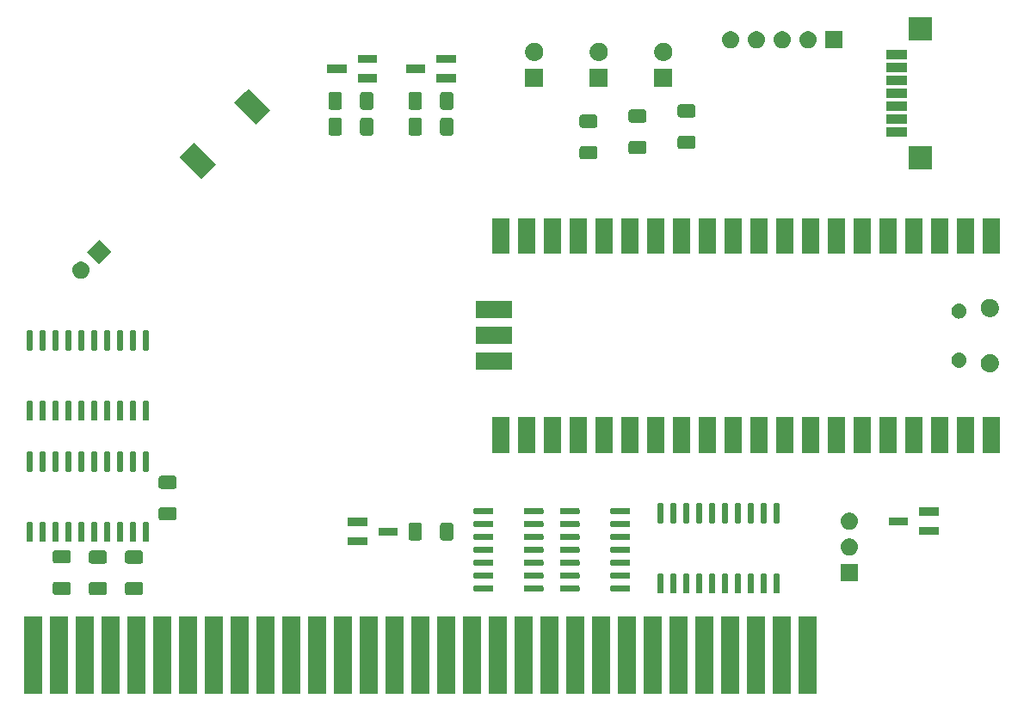
<source format=gbr>
%TF.GenerationSoftware,KiCad,Pcbnew,7.0.8*%
%TF.CreationDate,2024-01-21T15:21:42-06:00*%
%TF.ProjectId,ISA rev8,49534120-7265-4763-982e-6b696361645f,rev?*%
%TF.SameCoordinates,Original*%
%TF.FileFunction,Soldermask,Top*%
%TF.FilePolarity,Negative*%
%FSLAX46Y46*%
G04 Gerber Fmt 4.6, Leading zero omitted, Abs format (unit mm)*
G04 Created by KiCad (PCBNEW 7.0.8) date 2024-01-21 15:21:42*
%MOMM*%
%LPD*%
G01*
G04 APERTURE LIST*
G04 APERTURE END LIST*
G36*
X104273000Y-130302000D02*
G01*
X102493000Y-130302000D01*
X102493000Y-122682000D01*
X104273000Y-122682000D01*
X104273000Y-130302000D01*
G37*
G36*
X106813000Y-130302000D02*
G01*
X105033000Y-130302000D01*
X105033000Y-122682000D01*
X106813000Y-122682000D01*
X106813000Y-130302000D01*
G37*
G36*
X109353000Y-130302000D02*
G01*
X107573000Y-130302000D01*
X107573000Y-122682000D01*
X109353000Y-122682000D01*
X109353000Y-130302000D01*
G37*
G36*
X111893000Y-130302000D02*
G01*
X110113000Y-130302000D01*
X110113000Y-122682000D01*
X111893000Y-122682000D01*
X111893000Y-130302000D01*
G37*
G36*
X114433000Y-130302000D02*
G01*
X112653000Y-130302000D01*
X112653000Y-122682000D01*
X114433000Y-122682000D01*
X114433000Y-130302000D01*
G37*
G36*
X116973000Y-130302000D02*
G01*
X115193000Y-130302000D01*
X115193000Y-122682000D01*
X116973000Y-122682000D01*
X116973000Y-130302000D01*
G37*
G36*
X119513000Y-130302000D02*
G01*
X117733000Y-130302000D01*
X117733000Y-122682000D01*
X119513000Y-122682000D01*
X119513000Y-130302000D01*
G37*
G36*
X122053000Y-130302000D02*
G01*
X120273000Y-130302000D01*
X120273000Y-122682000D01*
X122053000Y-122682000D01*
X122053000Y-130302000D01*
G37*
G36*
X124593000Y-130302000D02*
G01*
X122813000Y-130302000D01*
X122813000Y-122682000D01*
X124593000Y-122682000D01*
X124593000Y-130302000D01*
G37*
G36*
X127133000Y-130302000D02*
G01*
X125353000Y-130302000D01*
X125353000Y-122682000D01*
X127133000Y-122682000D01*
X127133000Y-130302000D01*
G37*
G36*
X129673000Y-130302000D02*
G01*
X127893000Y-130302000D01*
X127893000Y-122682000D01*
X129673000Y-122682000D01*
X129673000Y-130302000D01*
G37*
G36*
X132213000Y-130302000D02*
G01*
X130433000Y-130302000D01*
X130433000Y-122682000D01*
X132213000Y-122682000D01*
X132213000Y-130302000D01*
G37*
G36*
X134753000Y-130302000D02*
G01*
X132973000Y-130302000D01*
X132973000Y-122682000D01*
X134753000Y-122682000D01*
X134753000Y-130302000D01*
G37*
G36*
X137293000Y-130302000D02*
G01*
X135513000Y-130302000D01*
X135513000Y-122682000D01*
X137293000Y-122682000D01*
X137293000Y-130302000D01*
G37*
G36*
X139833000Y-130302000D02*
G01*
X138053000Y-130302000D01*
X138053000Y-122682000D01*
X139833000Y-122682000D01*
X139833000Y-130302000D01*
G37*
G36*
X142373000Y-130302000D02*
G01*
X140593000Y-130302000D01*
X140593000Y-122682000D01*
X142373000Y-122682000D01*
X142373000Y-130302000D01*
G37*
G36*
X144913000Y-130302000D02*
G01*
X143133000Y-130302000D01*
X143133000Y-122682000D01*
X144913000Y-122682000D01*
X144913000Y-130302000D01*
G37*
G36*
X147453000Y-130302000D02*
G01*
X145673000Y-130302000D01*
X145673000Y-122682000D01*
X147453000Y-122682000D01*
X147453000Y-130302000D01*
G37*
G36*
X149993000Y-130302000D02*
G01*
X148213000Y-130302000D01*
X148213000Y-122682000D01*
X149993000Y-122682000D01*
X149993000Y-130302000D01*
G37*
G36*
X152533000Y-130302000D02*
G01*
X150753000Y-130302000D01*
X150753000Y-122682000D01*
X152533000Y-122682000D01*
X152533000Y-130302000D01*
G37*
G36*
X155073000Y-130302000D02*
G01*
X153293000Y-130302000D01*
X153293000Y-122682000D01*
X155073000Y-122682000D01*
X155073000Y-130302000D01*
G37*
G36*
X157613000Y-130302000D02*
G01*
X155833000Y-130302000D01*
X155833000Y-122682000D01*
X157613000Y-122682000D01*
X157613000Y-130302000D01*
G37*
G36*
X160153000Y-130302000D02*
G01*
X158373000Y-130302000D01*
X158373000Y-122682000D01*
X160153000Y-122682000D01*
X160153000Y-130302000D01*
G37*
G36*
X162693000Y-130302000D02*
G01*
X160913000Y-130302000D01*
X160913000Y-122682000D01*
X162693000Y-122682000D01*
X162693000Y-130302000D01*
G37*
G36*
X165233000Y-130302000D02*
G01*
X163453000Y-130302000D01*
X163453000Y-122682000D01*
X165233000Y-122682000D01*
X165233000Y-130302000D01*
G37*
G36*
X167773000Y-130302000D02*
G01*
X165993000Y-130302000D01*
X165993000Y-122682000D01*
X167773000Y-122682000D01*
X167773000Y-130302000D01*
G37*
G36*
X170313000Y-130302000D02*
G01*
X168533000Y-130302000D01*
X168533000Y-122682000D01*
X170313000Y-122682000D01*
X170313000Y-130302000D01*
G37*
G36*
X172853000Y-130302000D02*
G01*
X171073000Y-130302000D01*
X171073000Y-122682000D01*
X172853000Y-122682000D01*
X172853000Y-130302000D01*
G37*
G36*
X175393000Y-130302000D02*
G01*
X173613000Y-130302000D01*
X173613000Y-122682000D01*
X175393000Y-122682000D01*
X175393000Y-130302000D01*
G37*
G36*
X177933000Y-130302000D02*
G01*
X176153000Y-130302000D01*
X176153000Y-122682000D01*
X177933000Y-122682000D01*
X177933000Y-130302000D01*
G37*
G36*
X180473000Y-130302000D02*
G01*
X178693000Y-130302000D01*
X178693000Y-122682000D01*
X180473000Y-122682000D01*
X180473000Y-130302000D01*
G37*
G36*
X110352850Y-119264964D02*
G01*
X110403040Y-119270787D01*
X110420189Y-119278359D01*
X110443671Y-119283030D01*
X110468810Y-119299827D01*
X110488696Y-119308608D01*
X110502277Y-119322189D01*
X110524777Y-119337223D01*
X110539810Y-119359722D01*
X110553391Y-119373303D01*
X110562170Y-119393186D01*
X110578970Y-119418329D01*
X110583641Y-119441812D01*
X110591212Y-119458959D01*
X110597033Y-119509139D01*
X110598000Y-119514000D01*
X110598000Y-120314000D01*
X110597032Y-120318863D01*
X110591212Y-120369040D01*
X110583641Y-120386185D01*
X110578970Y-120409671D01*
X110562169Y-120434815D01*
X110553391Y-120454696D01*
X110539812Y-120468274D01*
X110524777Y-120490777D01*
X110502274Y-120505812D01*
X110488696Y-120519391D01*
X110468815Y-120528169D01*
X110443671Y-120544970D01*
X110420185Y-120549641D01*
X110403040Y-120557212D01*
X110352861Y-120563032D01*
X110348000Y-120564000D01*
X109098000Y-120564000D01*
X109093138Y-120563032D01*
X109042959Y-120557212D01*
X109025812Y-120549641D01*
X109002329Y-120544970D01*
X108977186Y-120528170D01*
X108957303Y-120519391D01*
X108943722Y-120505810D01*
X108921223Y-120490777D01*
X108906189Y-120468277D01*
X108892608Y-120454696D01*
X108883827Y-120434810D01*
X108867030Y-120409671D01*
X108862359Y-120386189D01*
X108854787Y-120369040D01*
X108848964Y-120318849D01*
X108848000Y-120314000D01*
X108848000Y-119514000D01*
X108848964Y-119509150D01*
X108854787Y-119458959D01*
X108862359Y-119441808D01*
X108867030Y-119418329D01*
X108883826Y-119393191D01*
X108892608Y-119373303D01*
X108906191Y-119359719D01*
X108921223Y-119337223D01*
X108943719Y-119322191D01*
X108957303Y-119308608D01*
X108977191Y-119299826D01*
X109002329Y-119283030D01*
X109025808Y-119278359D01*
X109042959Y-119270787D01*
X109093151Y-119264964D01*
X109098000Y-119264000D01*
X110348000Y-119264000D01*
X110352850Y-119264964D01*
G37*
G36*
X113908850Y-119264964D02*
G01*
X113959040Y-119270787D01*
X113976189Y-119278359D01*
X113999671Y-119283030D01*
X114024810Y-119299827D01*
X114044696Y-119308608D01*
X114058277Y-119322189D01*
X114080777Y-119337223D01*
X114095810Y-119359722D01*
X114109391Y-119373303D01*
X114118170Y-119393186D01*
X114134970Y-119418329D01*
X114139641Y-119441812D01*
X114147212Y-119458959D01*
X114153033Y-119509139D01*
X114154000Y-119514000D01*
X114154000Y-120314000D01*
X114153032Y-120318863D01*
X114147212Y-120369040D01*
X114139641Y-120386185D01*
X114134970Y-120409671D01*
X114118169Y-120434815D01*
X114109391Y-120454696D01*
X114095812Y-120468274D01*
X114080777Y-120490777D01*
X114058274Y-120505812D01*
X114044696Y-120519391D01*
X114024815Y-120528169D01*
X113999671Y-120544970D01*
X113976185Y-120549641D01*
X113959040Y-120557212D01*
X113908861Y-120563032D01*
X113904000Y-120564000D01*
X112654000Y-120564000D01*
X112649138Y-120563032D01*
X112598959Y-120557212D01*
X112581812Y-120549641D01*
X112558329Y-120544970D01*
X112533186Y-120528170D01*
X112513303Y-120519391D01*
X112499722Y-120505810D01*
X112477223Y-120490777D01*
X112462189Y-120468277D01*
X112448608Y-120454696D01*
X112439827Y-120434810D01*
X112423030Y-120409671D01*
X112418359Y-120386189D01*
X112410787Y-120369040D01*
X112404964Y-120318849D01*
X112404000Y-120314000D01*
X112404000Y-119514000D01*
X112404964Y-119509150D01*
X112410787Y-119458959D01*
X112418359Y-119441808D01*
X112423030Y-119418329D01*
X112439826Y-119393191D01*
X112448608Y-119373303D01*
X112462191Y-119359719D01*
X112477223Y-119337223D01*
X112499719Y-119322191D01*
X112513303Y-119308608D01*
X112533191Y-119299826D01*
X112558329Y-119283030D01*
X112581808Y-119278359D01*
X112598959Y-119270787D01*
X112649151Y-119264964D01*
X112654000Y-119264000D01*
X113904000Y-119264000D01*
X113908850Y-119264964D01*
G37*
G36*
X106796850Y-119238964D02*
G01*
X106847040Y-119244787D01*
X106864189Y-119252359D01*
X106887671Y-119257030D01*
X106912810Y-119273827D01*
X106932696Y-119282608D01*
X106946277Y-119296189D01*
X106968777Y-119311223D01*
X106983810Y-119333722D01*
X106997391Y-119347303D01*
X107006170Y-119367186D01*
X107022970Y-119392329D01*
X107027641Y-119415812D01*
X107035212Y-119432959D01*
X107041033Y-119483139D01*
X107042000Y-119488000D01*
X107042000Y-120288000D01*
X107041032Y-120292863D01*
X107035212Y-120343040D01*
X107027641Y-120360185D01*
X107022970Y-120383671D01*
X107006169Y-120408815D01*
X106997391Y-120428696D01*
X106983812Y-120442274D01*
X106968777Y-120464777D01*
X106946274Y-120479812D01*
X106932696Y-120493391D01*
X106912815Y-120502169D01*
X106887671Y-120518970D01*
X106864185Y-120523641D01*
X106847040Y-120531212D01*
X106796861Y-120537032D01*
X106792000Y-120538000D01*
X105542000Y-120538000D01*
X105537138Y-120537032D01*
X105486959Y-120531212D01*
X105469812Y-120523641D01*
X105446329Y-120518970D01*
X105421186Y-120502170D01*
X105401303Y-120493391D01*
X105387722Y-120479810D01*
X105365223Y-120464777D01*
X105350189Y-120442277D01*
X105336608Y-120428696D01*
X105327827Y-120408810D01*
X105311030Y-120383671D01*
X105306359Y-120360189D01*
X105298787Y-120343040D01*
X105292964Y-120292849D01*
X105292000Y-120288000D01*
X105292000Y-119488000D01*
X105292964Y-119483150D01*
X105298787Y-119432959D01*
X105306359Y-119415808D01*
X105311030Y-119392329D01*
X105327826Y-119367191D01*
X105336608Y-119347303D01*
X105350191Y-119333719D01*
X105365223Y-119311223D01*
X105387719Y-119296191D01*
X105401303Y-119282608D01*
X105421191Y-119273826D01*
X105446329Y-119257030D01*
X105469808Y-119252359D01*
X105486959Y-119244787D01*
X105537151Y-119238964D01*
X105542000Y-119238000D01*
X106792000Y-119238000D01*
X106796850Y-119238964D01*
G37*
G36*
X165307403Y-118437418D02*
G01*
X165356066Y-118469934D01*
X165388582Y-118518597D01*
X165400000Y-118576000D01*
X165400000Y-120251000D01*
X165388582Y-120308403D01*
X165356066Y-120357066D01*
X165307403Y-120389582D01*
X165250000Y-120401000D01*
X164950000Y-120401000D01*
X164892597Y-120389582D01*
X164843934Y-120357066D01*
X164811418Y-120308403D01*
X164800000Y-120251000D01*
X164800000Y-118576000D01*
X164811418Y-118518597D01*
X164843934Y-118469934D01*
X164892597Y-118437418D01*
X164950000Y-118426000D01*
X165250000Y-118426000D01*
X165307403Y-118437418D01*
G37*
G36*
X166577403Y-118437418D02*
G01*
X166626066Y-118469934D01*
X166658582Y-118518597D01*
X166670000Y-118576000D01*
X166670000Y-120251000D01*
X166658582Y-120308403D01*
X166626066Y-120357066D01*
X166577403Y-120389582D01*
X166520000Y-120401000D01*
X166220000Y-120401000D01*
X166162597Y-120389582D01*
X166113934Y-120357066D01*
X166081418Y-120308403D01*
X166070000Y-120251000D01*
X166070000Y-118576000D01*
X166081418Y-118518597D01*
X166113934Y-118469934D01*
X166162597Y-118437418D01*
X166220000Y-118426000D01*
X166520000Y-118426000D01*
X166577403Y-118437418D01*
G37*
G36*
X167847403Y-118437418D02*
G01*
X167896066Y-118469934D01*
X167928582Y-118518597D01*
X167940000Y-118576000D01*
X167940000Y-120251000D01*
X167928582Y-120308403D01*
X167896066Y-120357066D01*
X167847403Y-120389582D01*
X167790000Y-120401000D01*
X167490000Y-120401000D01*
X167432597Y-120389582D01*
X167383934Y-120357066D01*
X167351418Y-120308403D01*
X167340000Y-120251000D01*
X167340000Y-118576000D01*
X167351418Y-118518597D01*
X167383934Y-118469934D01*
X167432597Y-118437418D01*
X167490000Y-118426000D01*
X167790000Y-118426000D01*
X167847403Y-118437418D01*
G37*
G36*
X169117403Y-118437418D02*
G01*
X169166066Y-118469934D01*
X169198582Y-118518597D01*
X169210000Y-118576000D01*
X169210000Y-120251000D01*
X169198582Y-120308403D01*
X169166066Y-120357066D01*
X169117403Y-120389582D01*
X169060000Y-120401000D01*
X168760000Y-120401000D01*
X168702597Y-120389582D01*
X168653934Y-120357066D01*
X168621418Y-120308403D01*
X168610000Y-120251000D01*
X168610000Y-118576000D01*
X168621418Y-118518597D01*
X168653934Y-118469934D01*
X168702597Y-118437418D01*
X168760000Y-118426000D01*
X169060000Y-118426000D01*
X169117403Y-118437418D01*
G37*
G36*
X170387403Y-118437418D02*
G01*
X170436066Y-118469934D01*
X170468582Y-118518597D01*
X170480000Y-118576000D01*
X170480000Y-120251000D01*
X170468582Y-120308403D01*
X170436066Y-120357066D01*
X170387403Y-120389582D01*
X170330000Y-120401000D01*
X170030000Y-120401000D01*
X169972597Y-120389582D01*
X169923934Y-120357066D01*
X169891418Y-120308403D01*
X169880000Y-120251000D01*
X169880000Y-118576000D01*
X169891418Y-118518597D01*
X169923934Y-118469934D01*
X169972597Y-118437418D01*
X170030000Y-118426000D01*
X170330000Y-118426000D01*
X170387403Y-118437418D01*
G37*
G36*
X171657403Y-118437418D02*
G01*
X171706066Y-118469934D01*
X171738582Y-118518597D01*
X171750000Y-118576000D01*
X171750000Y-120251000D01*
X171738582Y-120308403D01*
X171706066Y-120357066D01*
X171657403Y-120389582D01*
X171600000Y-120401000D01*
X171300000Y-120401000D01*
X171242597Y-120389582D01*
X171193934Y-120357066D01*
X171161418Y-120308403D01*
X171150000Y-120251000D01*
X171150000Y-118576000D01*
X171161418Y-118518597D01*
X171193934Y-118469934D01*
X171242597Y-118437418D01*
X171300000Y-118426000D01*
X171600000Y-118426000D01*
X171657403Y-118437418D01*
G37*
G36*
X172927403Y-118437418D02*
G01*
X172976066Y-118469934D01*
X173008582Y-118518597D01*
X173020000Y-118576000D01*
X173020000Y-120251000D01*
X173008582Y-120308403D01*
X172976066Y-120357066D01*
X172927403Y-120389582D01*
X172870000Y-120401000D01*
X172570000Y-120401000D01*
X172512597Y-120389582D01*
X172463934Y-120357066D01*
X172431418Y-120308403D01*
X172420000Y-120251000D01*
X172420000Y-118576000D01*
X172431418Y-118518597D01*
X172463934Y-118469934D01*
X172512597Y-118437418D01*
X172570000Y-118426000D01*
X172870000Y-118426000D01*
X172927403Y-118437418D01*
G37*
G36*
X174197403Y-118437418D02*
G01*
X174246066Y-118469934D01*
X174278582Y-118518597D01*
X174290000Y-118576000D01*
X174290000Y-120251000D01*
X174278582Y-120308403D01*
X174246066Y-120357066D01*
X174197403Y-120389582D01*
X174140000Y-120401000D01*
X173840000Y-120401000D01*
X173782597Y-120389582D01*
X173733934Y-120357066D01*
X173701418Y-120308403D01*
X173690000Y-120251000D01*
X173690000Y-118576000D01*
X173701418Y-118518597D01*
X173733934Y-118469934D01*
X173782597Y-118437418D01*
X173840000Y-118426000D01*
X174140000Y-118426000D01*
X174197403Y-118437418D01*
G37*
G36*
X175467403Y-118437418D02*
G01*
X175516066Y-118469934D01*
X175548582Y-118518597D01*
X175560000Y-118576000D01*
X175560000Y-120251000D01*
X175548582Y-120308403D01*
X175516066Y-120357066D01*
X175467403Y-120389582D01*
X175410000Y-120401000D01*
X175110000Y-120401000D01*
X175052597Y-120389582D01*
X175003934Y-120357066D01*
X174971418Y-120308403D01*
X174960000Y-120251000D01*
X174960000Y-118576000D01*
X174971418Y-118518597D01*
X175003934Y-118469934D01*
X175052597Y-118437418D01*
X175110000Y-118426000D01*
X175410000Y-118426000D01*
X175467403Y-118437418D01*
G37*
G36*
X176737403Y-118437418D02*
G01*
X176786066Y-118469934D01*
X176818582Y-118518597D01*
X176830000Y-118576000D01*
X176830000Y-120251000D01*
X176818582Y-120308403D01*
X176786066Y-120357066D01*
X176737403Y-120389582D01*
X176680000Y-120401000D01*
X176380000Y-120401000D01*
X176322597Y-120389582D01*
X176273934Y-120357066D01*
X176241418Y-120308403D01*
X176230000Y-120251000D01*
X176230000Y-118576000D01*
X176241418Y-118518597D01*
X176273934Y-118469934D01*
X176322597Y-118437418D01*
X176380000Y-118426000D01*
X176680000Y-118426000D01*
X176737403Y-118437418D01*
G37*
G36*
X148521403Y-119599418D02*
G01*
X148570066Y-119631934D01*
X148602582Y-119680597D01*
X148614000Y-119738000D01*
X148614000Y-120038000D01*
X148602582Y-120095403D01*
X148570066Y-120144066D01*
X148521403Y-120176582D01*
X148464000Y-120188000D01*
X146814000Y-120188000D01*
X146756597Y-120176582D01*
X146707934Y-120144066D01*
X146675418Y-120095403D01*
X146664000Y-120038000D01*
X146664000Y-119738000D01*
X146675418Y-119680597D01*
X146707934Y-119631934D01*
X146756597Y-119599418D01*
X146814000Y-119588000D01*
X148464000Y-119588000D01*
X148521403Y-119599418D01*
G37*
G36*
X153471403Y-119599418D02*
G01*
X153520066Y-119631934D01*
X153552582Y-119680597D01*
X153564000Y-119738000D01*
X153564000Y-120038000D01*
X153552582Y-120095403D01*
X153520066Y-120144066D01*
X153471403Y-120176582D01*
X153414000Y-120188000D01*
X151764000Y-120188000D01*
X151706597Y-120176582D01*
X151657934Y-120144066D01*
X151625418Y-120095403D01*
X151614000Y-120038000D01*
X151614000Y-119738000D01*
X151625418Y-119680597D01*
X151657934Y-119631934D01*
X151706597Y-119599418D01*
X151764000Y-119588000D01*
X153414000Y-119588000D01*
X153471403Y-119599418D01*
G37*
G36*
X157030403Y-119599418D02*
G01*
X157079066Y-119631934D01*
X157111582Y-119680597D01*
X157123000Y-119738000D01*
X157123000Y-120038000D01*
X157111582Y-120095403D01*
X157079066Y-120144066D01*
X157030403Y-120176582D01*
X156973000Y-120188000D01*
X155323000Y-120188000D01*
X155265597Y-120176582D01*
X155216934Y-120144066D01*
X155184418Y-120095403D01*
X155173000Y-120038000D01*
X155173000Y-119738000D01*
X155184418Y-119680597D01*
X155216934Y-119631934D01*
X155265597Y-119599418D01*
X155323000Y-119588000D01*
X156973000Y-119588000D01*
X157030403Y-119599418D01*
G37*
G36*
X161980403Y-119599418D02*
G01*
X162029066Y-119631934D01*
X162061582Y-119680597D01*
X162073000Y-119738000D01*
X162073000Y-120038000D01*
X162061582Y-120095403D01*
X162029066Y-120144066D01*
X161980403Y-120176582D01*
X161923000Y-120188000D01*
X160273000Y-120188000D01*
X160215597Y-120176582D01*
X160166934Y-120144066D01*
X160134418Y-120095403D01*
X160123000Y-120038000D01*
X160123000Y-119738000D01*
X160134418Y-119680597D01*
X160166934Y-119631934D01*
X160215597Y-119599418D01*
X160273000Y-119588000D01*
X161923000Y-119588000D01*
X161980403Y-119599418D01*
G37*
G36*
X184492000Y-119199000D02*
G01*
X182792000Y-119199000D01*
X182792000Y-117499000D01*
X184492000Y-117499000D01*
X184492000Y-119199000D01*
G37*
G36*
X148521403Y-118329418D02*
G01*
X148570066Y-118361934D01*
X148602582Y-118410597D01*
X148614000Y-118468000D01*
X148614000Y-118768000D01*
X148602582Y-118825403D01*
X148570066Y-118874066D01*
X148521403Y-118906582D01*
X148464000Y-118918000D01*
X146814000Y-118918000D01*
X146756597Y-118906582D01*
X146707934Y-118874066D01*
X146675418Y-118825403D01*
X146664000Y-118768000D01*
X146664000Y-118468000D01*
X146675418Y-118410597D01*
X146707934Y-118361934D01*
X146756597Y-118329418D01*
X146814000Y-118318000D01*
X148464000Y-118318000D01*
X148521403Y-118329418D01*
G37*
G36*
X153471403Y-118329418D02*
G01*
X153520066Y-118361934D01*
X153552582Y-118410597D01*
X153564000Y-118468000D01*
X153564000Y-118768000D01*
X153552582Y-118825403D01*
X153520066Y-118874066D01*
X153471403Y-118906582D01*
X153414000Y-118918000D01*
X151764000Y-118918000D01*
X151706597Y-118906582D01*
X151657934Y-118874066D01*
X151625418Y-118825403D01*
X151614000Y-118768000D01*
X151614000Y-118468000D01*
X151625418Y-118410597D01*
X151657934Y-118361934D01*
X151706597Y-118329418D01*
X151764000Y-118318000D01*
X153414000Y-118318000D01*
X153471403Y-118329418D01*
G37*
G36*
X157030403Y-118329418D02*
G01*
X157079066Y-118361934D01*
X157111582Y-118410597D01*
X157123000Y-118468000D01*
X157123000Y-118768000D01*
X157111582Y-118825403D01*
X157079066Y-118874066D01*
X157030403Y-118906582D01*
X156973000Y-118918000D01*
X155323000Y-118918000D01*
X155265597Y-118906582D01*
X155216934Y-118874066D01*
X155184418Y-118825403D01*
X155173000Y-118768000D01*
X155173000Y-118468000D01*
X155184418Y-118410597D01*
X155216934Y-118361934D01*
X155265597Y-118329418D01*
X155323000Y-118318000D01*
X156973000Y-118318000D01*
X157030403Y-118329418D01*
G37*
G36*
X161980403Y-118329418D02*
G01*
X162029066Y-118361934D01*
X162061582Y-118410597D01*
X162073000Y-118468000D01*
X162073000Y-118768000D01*
X162061582Y-118825403D01*
X162029066Y-118874066D01*
X161980403Y-118906582D01*
X161923000Y-118918000D01*
X160273000Y-118918000D01*
X160215597Y-118906582D01*
X160166934Y-118874066D01*
X160134418Y-118825403D01*
X160123000Y-118768000D01*
X160123000Y-118468000D01*
X160134418Y-118410597D01*
X160166934Y-118361934D01*
X160215597Y-118329418D01*
X160273000Y-118318000D01*
X161923000Y-118318000D01*
X161980403Y-118329418D01*
G37*
G36*
X148521403Y-117059418D02*
G01*
X148570066Y-117091934D01*
X148602582Y-117140597D01*
X148614000Y-117198000D01*
X148614000Y-117498000D01*
X148602582Y-117555403D01*
X148570066Y-117604066D01*
X148521403Y-117636582D01*
X148464000Y-117648000D01*
X146814000Y-117648000D01*
X146756597Y-117636582D01*
X146707934Y-117604066D01*
X146675418Y-117555403D01*
X146664000Y-117498000D01*
X146664000Y-117198000D01*
X146675418Y-117140597D01*
X146707934Y-117091934D01*
X146756597Y-117059418D01*
X146814000Y-117048000D01*
X148464000Y-117048000D01*
X148521403Y-117059418D01*
G37*
G36*
X153471403Y-117059418D02*
G01*
X153520066Y-117091934D01*
X153552582Y-117140597D01*
X153564000Y-117198000D01*
X153564000Y-117498000D01*
X153552582Y-117555403D01*
X153520066Y-117604066D01*
X153471403Y-117636582D01*
X153414000Y-117648000D01*
X151764000Y-117648000D01*
X151706597Y-117636582D01*
X151657934Y-117604066D01*
X151625418Y-117555403D01*
X151614000Y-117498000D01*
X151614000Y-117198000D01*
X151625418Y-117140597D01*
X151657934Y-117091934D01*
X151706597Y-117059418D01*
X151764000Y-117048000D01*
X153414000Y-117048000D01*
X153471403Y-117059418D01*
G37*
G36*
X157030403Y-117059418D02*
G01*
X157079066Y-117091934D01*
X157111582Y-117140597D01*
X157123000Y-117198000D01*
X157123000Y-117498000D01*
X157111582Y-117555403D01*
X157079066Y-117604066D01*
X157030403Y-117636582D01*
X156973000Y-117648000D01*
X155323000Y-117648000D01*
X155265597Y-117636582D01*
X155216934Y-117604066D01*
X155184418Y-117555403D01*
X155173000Y-117498000D01*
X155173000Y-117198000D01*
X155184418Y-117140597D01*
X155216934Y-117091934D01*
X155265597Y-117059418D01*
X155323000Y-117048000D01*
X156973000Y-117048000D01*
X157030403Y-117059418D01*
G37*
G36*
X161980403Y-117059418D02*
G01*
X162029066Y-117091934D01*
X162061582Y-117140597D01*
X162073000Y-117198000D01*
X162073000Y-117498000D01*
X162061582Y-117555403D01*
X162029066Y-117604066D01*
X161980403Y-117636582D01*
X161923000Y-117648000D01*
X160273000Y-117648000D01*
X160215597Y-117636582D01*
X160166934Y-117604066D01*
X160134418Y-117555403D01*
X160123000Y-117498000D01*
X160123000Y-117198000D01*
X160134418Y-117140597D01*
X160166934Y-117091934D01*
X160215597Y-117059418D01*
X160273000Y-117048000D01*
X161923000Y-117048000D01*
X161980403Y-117059418D01*
G37*
G36*
X110352850Y-116164964D02*
G01*
X110403040Y-116170787D01*
X110420189Y-116178359D01*
X110443671Y-116183030D01*
X110468810Y-116199827D01*
X110488696Y-116208608D01*
X110502277Y-116222189D01*
X110524777Y-116237223D01*
X110539810Y-116259722D01*
X110553391Y-116273303D01*
X110562170Y-116293186D01*
X110578970Y-116318329D01*
X110583641Y-116341812D01*
X110591212Y-116358959D01*
X110597033Y-116409139D01*
X110598000Y-116414000D01*
X110598000Y-117214000D01*
X110597032Y-117218863D01*
X110591212Y-117269040D01*
X110583641Y-117286185D01*
X110578970Y-117309671D01*
X110562169Y-117334815D01*
X110553391Y-117354696D01*
X110539812Y-117368274D01*
X110524777Y-117390777D01*
X110502274Y-117405812D01*
X110488696Y-117419391D01*
X110468815Y-117428169D01*
X110443671Y-117444970D01*
X110420185Y-117449641D01*
X110403040Y-117457212D01*
X110352861Y-117463032D01*
X110348000Y-117464000D01*
X109098000Y-117464000D01*
X109093138Y-117463032D01*
X109042959Y-117457212D01*
X109025812Y-117449641D01*
X109002329Y-117444970D01*
X108977186Y-117428170D01*
X108957303Y-117419391D01*
X108943722Y-117405810D01*
X108921223Y-117390777D01*
X108906189Y-117368277D01*
X108892608Y-117354696D01*
X108883827Y-117334810D01*
X108867030Y-117309671D01*
X108862359Y-117286189D01*
X108854787Y-117269040D01*
X108848964Y-117218849D01*
X108848000Y-117214000D01*
X108848000Y-116414000D01*
X108848964Y-116409150D01*
X108854787Y-116358959D01*
X108862359Y-116341808D01*
X108867030Y-116318329D01*
X108883826Y-116293191D01*
X108892608Y-116273303D01*
X108906191Y-116259719D01*
X108921223Y-116237223D01*
X108943719Y-116222191D01*
X108957303Y-116208608D01*
X108977191Y-116199826D01*
X109002329Y-116183030D01*
X109025808Y-116178359D01*
X109042959Y-116170787D01*
X109093151Y-116164964D01*
X109098000Y-116164000D01*
X110348000Y-116164000D01*
X110352850Y-116164964D01*
G37*
G36*
X113908850Y-116164964D02*
G01*
X113959040Y-116170787D01*
X113976189Y-116178359D01*
X113999671Y-116183030D01*
X114024810Y-116199827D01*
X114044696Y-116208608D01*
X114058277Y-116222189D01*
X114080777Y-116237223D01*
X114095810Y-116259722D01*
X114109391Y-116273303D01*
X114118170Y-116293186D01*
X114134970Y-116318329D01*
X114139641Y-116341812D01*
X114147212Y-116358959D01*
X114153033Y-116409139D01*
X114154000Y-116414000D01*
X114154000Y-117214000D01*
X114153032Y-117218863D01*
X114147212Y-117269040D01*
X114139641Y-117286185D01*
X114134970Y-117309671D01*
X114118169Y-117334815D01*
X114109391Y-117354696D01*
X114095812Y-117368274D01*
X114080777Y-117390777D01*
X114058274Y-117405812D01*
X114044696Y-117419391D01*
X114024815Y-117428169D01*
X113999671Y-117444970D01*
X113976185Y-117449641D01*
X113959040Y-117457212D01*
X113908861Y-117463032D01*
X113904000Y-117464000D01*
X112654000Y-117464000D01*
X112649138Y-117463032D01*
X112598959Y-117457212D01*
X112581812Y-117449641D01*
X112558329Y-117444970D01*
X112533186Y-117428170D01*
X112513303Y-117419391D01*
X112499722Y-117405810D01*
X112477223Y-117390777D01*
X112462189Y-117368277D01*
X112448608Y-117354696D01*
X112439827Y-117334810D01*
X112423030Y-117309671D01*
X112418359Y-117286189D01*
X112410787Y-117269040D01*
X112404964Y-117218849D01*
X112404000Y-117214000D01*
X112404000Y-116414000D01*
X112404964Y-116409150D01*
X112410787Y-116358959D01*
X112418359Y-116341808D01*
X112423030Y-116318329D01*
X112439826Y-116293191D01*
X112448608Y-116273303D01*
X112462191Y-116259719D01*
X112477223Y-116237223D01*
X112499719Y-116222191D01*
X112513303Y-116208608D01*
X112533191Y-116199826D01*
X112558329Y-116183030D01*
X112581808Y-116178359D01*
X112598959Y-116170787D01*
X112649151Y-116164964D01*
X112654000Y-116164000D01*
X113904000Y-116164000D01*
X113908850Y-116164964D01*
G37*
G36*
X106796850Y-116138964D02*
G01*
X106847040Y-116144787D01*
X106864189Y-116152359D01*
X106887671Y-116157030D01*
X106912810Y-116173827D01*
X106932696Y-116182608D01*
X106946277Y-116196189D01*
X106968777Y-116211223D01*
X106983810Y-116233722D01*
X106997391Y-116247303D01*
X107006170Y-116267186D01*
X107022970Y-116292329D01*
X107027641Y-116315812D01*
X107035212Y-116332959D01*
X107041033Y-116383139D01*
X107042000Y-116388000D01*
X107042000Y-117188000D01*
X107041032Y-117192863D01*
X107035212Y-117243040D01*
X107027641Y-117260185D01*
X107022970Y-117283671D01*
X107006169Y-117308815D01*
X106997391Y-117328696D01*
X106983812Y-117342274D01*
X106968777Y-117364777D01*
X106946274Y-117379812D01*
X106932696Y-117393391D01*
X106912815Y-117402169D01*
X106887671Y-117418970D01*
X106864185Y-117423641D01*
X106847040Y-117431212D01*
X106796861Y-117437032D01*
X106792000Y-117438000D01*
X105542000Y-117438000D01*
X105537138Y-117437032D01*
X105486959Y-117431212D01*
X105469812Y-117423641D01*
X105446329Y-117418970D01*
X105421186Y-117402170D01*
X105401303Y-117393391D01*
X105387722Y-117379810D01*
X105365223Y-117364777D01*
X105350189Y-117342277D01*
X105336608Y-117328696D01*
X105327827Y-117308810D01*
X105311030Y-117283671D01*
X105306359Y-117260189D01*
X105298787Y-117243040D01*
X105292964Y-117192849D01*
X105292000Y-117188000D01*
X105292000Y-116388000D01*
X105292964Y-116383150D01*
X105298787Y-116332959D01*
X105306359Y-116315808D01*
X105311030Y-116292329D01*
X105327826Y-116267191D01*
X105336608Y-116247303D01*
X105350191Y-116233719D01*
X105365223Y-116211223D01*
X105387719Y-116196191D01*
X105401303Y-116182608D01*
X105421191Y-116173826D01*
X105446329Y-116157030D01*
X105469808Y-116152359D01*
X105486959Y-116144787D01*
X105537151Y-116138964D01*
X105542000Y-116138000D01*
X106792000Y-116138000D01*
X106796850Y-116138964D01*
G37*
G36*
X183904664Y-115000602D02*
G01*
X184067000Y-115072878D01*
X184210761Y-115177327D01*
X184329664Y-115309383D01*
X184418514Y-115463274D01*
X184473425Y-115632275D01*
X184492000Y-115809000D01*
X184473425Y-115985725D01*
X184418514Y-116154726D01*
X184329664Y-116308617D01*
X184210761Y-116440673D01*
X184067000Y-116545122D01*
X183904664Y-116617398D01*
X183730849Y-116654344D01*
X183553151Y-116654344D01*
X183379336Y-116617398D01*
X183217000Y-116545122D01*
X183073239Y-116440673D01*
X182954336Y-116308617D01*
X182865486Y-116154726D01*
X182810575Y-115985725D01*
X182792000Y-115809000D01*
X182810575Y-115632275D01*
X182865486Y-115463274D01*
X182954336Y-115309383D01*
X183073239Y-115177327D01*
X183217000Y-115072878D01*
X183379336Y-115000602D01*
X183553151Y-114963656D01*
X183730849Y-114963656D01*
X183904664Y-115000602D01*
G37*
G36*
X148521403Y-115789418D02*
G01*
X148570066Y-115821934D01*
X148602582Y-115870597D01*
X148614000Y-115928000D01*
X148614000Y-116228000D01*
X148602582Y-116285403D01*
X148570066Y-116334066D01*
X148521403Y-116366582D01*
X148464000Y-116378000D01*
X146814000Y-116378000D01*
X146756597Y-116366582D01*
X146707934Y-116334066D01*
X146675418Y-116285403D01*
X146664000Y-116228000D01*
X146664000Y-115928000D01*
X146675418Y-115870597D01*
X146707934Y-115821934D01*
X146756597Y-115789418D01*
X146814000Y-115778000D01*
X148464000Y-115778000D01*
X148521403Y-115789418D01*
G37*
G36*
X153471403Y-115789418D02*
G01*
X153520066Y-115821934D01*
X153552582Y-115870597D01*
X153564000Y-115928000D01*
X153564000Y-116228000D01*
X153552582Y-116285403D01*
X153520066Y-116334066D01*
X153471403Y-116366582D01*
X153414000Y-116378000D01*
X151764000Y-116378000D01*
X151706597Y-116366582D01*
X151657934Y-116334066D01*
X151625418Y-116285403D01*
X151614000Y-116228000D01*
X151614000Y-115928000D01*
X151625418Y-115870597D01*
X151657934Y-115821934D01*
X151706597Y-115789418D01*
X151764000Y-115778000D01*
X153414000Y-115778000D01*
X153471403Y-115789418D01*
G37*
G36*
X157030403Y-115789418D02*
G01*
X157079066Y-115821934D01*
X157111582Y-115870597D01*
X157123000Y-115928000D01*
X157123000Y-116228000D01*
X157111582Y-116285403D01*
X157079066Y-116334066D01*
X157030403Y-116366582D01*
X156973000Y-116378000D01*
X155323000Y-116378000D01*
X155265597Y-116366582D01*
X155216934Y-116334066D01*
X155184418Y-116285403D01*
X155173000Y-116228000D01*
X155173000Y-115928000D01*
X155184418Y-115870597D01*
X155216934Y-115821934D01*
X155265597Y-115789418D01*
X155323000Y-115778000D01*
X156973000Y-115778000D01*
X157030403Y-115789418D01*
G37*
G36*
X161980403Y-115789418D02*
G01*
X162029066Y-115821934D01*
X162061582Y-115870597D01*
X162073000Y-115928000D01*
X162073000Y-116228000D01*
X162061582Y-116285403D01*
X162029066Y-116334066D01*
X161980403Y-116366582D01*
X161923000Y-116378000D01*
X160273000Y-116378000D01*
X160215597Y-116366582D01*
X160166934Y-116334066D01*
X160134418Y-116285403D01*
X160123000Y-116228000D01*
X160123000Y-115928000D01*
X160134418Y-115870597D01*
X160166934Y-115821934D01*
X160215597Y-115789418D01*
X160273000Y-115778000D01*
X161923000Y-115778000D01*
X161980403Y-115789418D01*
G37*
G36*
X136229000Y-115650000D02*
G01*
X134329000Y-115650000D01*
X134329000Y-114850000D01*
X136229000Y-114850000D01*
X136229000Y-115650000D01*
G37*
G36*
X103199403Y-113357418D02*
G01*
X103248066Y-113389934D01*
X103280582Y-113438597D01*
X103292000Y-113496000D01*
X103292000Y-115171000D01*
X103280582Y-115228403D01*
X103248066Y-115277066D01*
X103199403Y-115309582D01*
X103142000Y-115321000D01*
X102842000Y-115321000D01*
X102784597Y-115309582D01*
X102735934Y-115277066D01*
X102703418Y-115228403D01*
X102692000Y-115171000D01*
X102692000Y-113496000D01*
X102703418Y-113438597D01*
X102735934Y-113389934D01*
X102784597Y-113357418D01*
X102842000Y-113346000D01*
X103142000Y-113346000D01*
X103199403Y-113357418D01*
G37*
G36*
X104469403Y-113357418D02*
G01*
X104518066Y-113389934D01*
X104550582Y-113438597D01*
X104562000Y-113496000D01*
X104562000Y-115171000D01*
X104550582Y-115228403D01*
X104518066Y-115277066D01*
X104469403Y-115309582D01*
X104412000Y-115321000D01*
X104112000Y-115321000D01*
X104054597Y-115309582D01*
X104005934Y-115277066D01*
X103973418Y-115228403D01*
X103962000Y-115171000D01*
X103962000Y-113496000D01*
X103973418Y-113438597D01*
X104005934Y-113389934D01*
X104054597Y-113357418D01*
X104112000Y-113346000D01*
X104412000Y-113346000D01*
X104469403Y-113357418D01*
G37*
G36*
X105739403Y-113357418D02*
G01*
X105788066Y-113389934D01*
X105820582Y-113438597D01*
X105832000Y-113496000D01*
X105832000Y-115171000D01*
X105820582Y-115228403D01*
X105788066Y-115277066D01*
X105739403Y-115309582D01*
X105682000Y-115321000D01*
X105382000Y-115321000D01*
X105324597Y-115309582D01*
X105275934Y-115277066D01*
X105243418Y-115228403D01*
X105232000Y-115171000D01*
X105232000Y-113496000D01*
X105243418Y-113438597D01*
X105275934Y-113389934D01*
X105324597Y-113357418D01*
X105382000Y-113346000D01*
X105682000Y-113346000D01*
X105739403Y-113357418D01*
G37*
G36*
X107009403Y-113357418D02*
G01*
X107058066Y-113389934D01*
X107090582Y-113438597D01*
X107102000Y-113496000D01*
X107102000Y-115171000D01*
X107090582Y-115228403D01*
X107058066Y-115277066D01*
X107009403Y-115309582D01*
X106952000Y-115321000D01*
X106652000Y-115321000D01*
X106594597Y-115309582D01*
X106545934Y-115277066D01*
X106513418Y-115228403D01*
X106502000Y-115171000D01*
X106502000Y-113496000D01*
X106513418Y-113438597D01*
X106545934Y-113389934D01*
X106594597Y-113357418D01*
X106652000Y-113346000D01*
X106952000Y-113346000D01*
X107009403Y-113357418D01*
G37*
G36*
X108279403Y-113357418D02*
G01*
X108328066Y-113389934D01*
X108360582Y-113438597D01*
X108372000Y-113496000D01*
X108372000Y-115171000D01*
X108360582Y-115228403D01*
X108328066Y-115277066D01*
X108279403Y-115309582D01*
X108222000Y-115321000D01*
X107922000Y-115321000D01*
X107864597Y-115309582D01*
X107815934Y-115277066D01*
X107783418Y-115228403D01*
X107772000Y-115171000D01*
X107772000Y-113496000D01*
X107783418Y-113438597D01*
X107815934Y-113389934D01*
X107864597Y-113357418D01*
X107922000Y-113346000D01*
X108222000Y-113346000D01*
X108279403Y-113357418D01*
G37*
G36*
X109549403Y-113357418D02*
G01*
X109598066Y-113389934D01*
X109630582Y-113438597D01*
X109642000Y-113496000D01*
X109642000Y-115171000D01*
X109630582Y-115228403D01*
X109598066Y-115277066D01*
X109549403Y-115309582D01*
X109492000Y-115321000D01*
X109192000Y-115321000D01*
X109134597Y-115309582D01*
X109085934Y-115277066D01*
X109053418Y-115228403D01*
X109042000Y-115171000D01*
X109042000Y-113496000D01*
X109053418Y-113438597D01*
X109085934Y-113389934D01*
X109134597Y-113357418D01*
X109192000Y-113346000D01*
X109492000Y-113346000D01*
X109549403Y-113357418D01*
G37*
G36*
X110819403Y-113357418D02*
G01*
X110868066Y-113389934D01*
X110900582Y-113438597D01*
X110912000Y-113496000D01*
X110912000Y-115171000D01*
X110900582Y-115228403D01*
X110868066Y-115277066D01*
X110819403Y-115309582D01*
X110762000Y-115321000D01*
X110462000Y-115321000D01*
X110404597Y-115309582D01*
X110355934Y-115277066D01*
X110323418Y-115228403D01*
X110312000Y-115171000D01*
X110312000Y-113496000D01*
X110323418Y-113438597D01*
X110355934Y-113389934D01*
X110404597Y-113357418D01*
X110462000Y-113346000D01*
X110762000Y-113346000D01*
X110819403Y-113357418D01*
G37*
G36*
X112089403Y-113357418D02*
G01*
X112138066Y-113389934D01*
X112170582Y-113438597D01*
X112182000Y-113496000D01*
X112182000Y-115171000D01*
X112170582Y-115228403D01*
X112138066Y-115277066D01*
X112089403Y-115309582D01*
X112032000Y-115321000D01*
X111732000Y-115321000D01*
X111674597Y-115309582D01*
X111625934Y-115277066D01*
X111593418Y-115228403D01*
X111582000Y-115171000D01*
X111582000Y-113496000D01*
X111593418Y-113438597D01*
X111625934Y-113389934D01*
X111674597Y-113357418D01*
X111732000Y-113346000D01*
X112032000Y-113346000D01*
X112089403Y-113357418D01*
G37*
G36*
X113359403Y-113357418D02*
G01*
X113408066Y-113389934D01*
X113440582Y-113438597D01*
X113452000Y-113496000D01*
X113452000Y-115171000D01*
X113440582Y-115228403D01*
X113408066Y-115277066D01*
X113359403Y-115309582D01*
X113302000Y-115321000D01*
X113002000Y-115321000D01*
X112944597Y-115309582D01*
X112895934Y-115277066D01*
X112863418Y-115228403D01*
X112852000Y-115171000D01*
X112852000Y-113496000D01*
X112863418Y-113438597D01*
X112895934Y-113389934D01*
X112944597Y-113357418D01*
X113002000Y-113346000D01*
X113302000Y-113346000D01*
X113359403Y-113357418D01*
G37*
G36*
X114629403Y-113357418D02*
G01*
X114678066Y-113389934D01*
X114710582Y-113438597D01*
X114722000Y-113496000D01*
X114722000Y-115171000D01*
X114710582Y-115228403D01*
X114678066Y-115277066D01*
X114629403Y-115309582D01*
X114572000Y-115321000D01*
X114272000Y-115321000D01*
X114214597Y-115309582D01*
X114165934Y-115277066D01*
X114133418Y-115228403D01*
X114122000Y-115171000D01*
X114122000Y-113496000D01*
X114133418Y-113438597D01*
X114165934Y-113389934D01*
X114214597Y-113357418D01*
X114272000Y-113346000D01*
X114572000Y-113346000D01*
X114629403Y-113357418D01*
G37*
G36*
X141348850Y-113425964D02*
G01*
X141399040Y-113431787D01*
X141416189Y-113439359D01*
X141439671Y-113444030D01*
X141464810Y-113460827D01*
X141484696Y-113469608D01*
X141498277Y-113483189D01*
X141520777Y-113498223D01*
X141535810Y-113520722D01*
X141549391Y-113534303D01*
X141558170Y-113554186D01*
X141574970Y-113579329D01*
X141579641Y-113602812D01*
X141587212Y-113619959D01*
X141593033Y-113670139D01*
X141594000Y-113675000D01*
X141594000Y-114925000D01*
X141593032Y-114929863D01*
X141587212Y-114980040D01*
X141579641Y-114997185D01*
X141574970Y-115020671D01*
X141558169Y-115045815D01*
X141549391Y-115065696D01*
X141535812Y-115079274D01*
X141520777Y-115101777D01*
X141498274Y-115116812D01*
X141484696Y-115130391D01*
X141464815Y-115139169D01*
X141439671Y-115155970D01*
X141416185Y-115160641D01*
X141399040Y-115168212D01*
X141348861Y-115174032D01*
X141344000Y-115175000D01*
X140544000Y-115175000D01*
X140539138Y-115174032D01*
X140488959Y-115168212D01*
X140471812Y-115160641D01*
X140448329Y-115155970D01*
X140423186Y-115139170D01*
X140403303Y-115130391D01*
X140389722Y-115116810D01*
X140367223Y-115101777D01*
X140352189Y-115079277D01*
X140338608Y-115065696D01*
X140329827Y-115045810D01*
X140313030Y-115020671D01*
X140308359Y-114997189D01*
X140300787Y-114980040D01*
X140294964Y-114929849D01*
X140294000Y-114925000D01*
X140294000Y-113675000D01*
X140294964Y-113670150D01*
X140300787Y-113619959D01*
X140308359Y-113602808D01*
X140313030Y-113579329D01*
X140329826Y-113554191D01*
X140338608Y-113534303D01*
X140352191Y-113520719D01*
X140367223Y-113498223D01*
X140389719Y-113483191D01*
X140403303Y-113469608D01*
X140423191Y-113460826D01*
X140448329Y-113444030D01*
X140471808Y-113439359D01*
X140488959Y-113431787D01*
X140539151Y-113425964D01*
X140544000Y-113425000D01*
X141344000Y-113425000D01*
X141348850Y-113425964D01*
G37*
G36*
X144448850Y-113425964D02*
G01*
X144499040Y-113431787D01*
X144516189Y-113439359D01*
X144539671Y-113444030D01*
X144564810Y-113460827D01*
X144584696Y-113469608D01*
X144598277Y-113483189D01*
X144620777Y-113498223D01*
X144635810Y-113520722D01*
X144649391Y-113534303D01*
X144658170Y-113554186D01*
X144674970Y-113579329D01*
X144679641Y-113602812D01*
X144687212Y-113619959D01*
X144693033Y-113670139D01*
X144694000Y-113675000D01*
X144694000Y-114925000D01*
X144693032Y-114929863D01*
X144687212Y-114980040D01*
X144679641Y-114997185D01*
X144674970Y-115020671D01*
X144658169Y-115045815D01*
X144649391Y-115065696D01*
X144635812Y-115079274D01*
X144620777Y-115101777D01*
X144598274Y-115116812D01*
X144584696Y-115130391D01*
X144564815Y-115139169D01*
X144539671Y-115155970D01*
X144516185Y-115160641D01*
X144499040Y-115168212D01*
X144448861Y-115174032D01*
X144444000Y-115175000D01*
X143644000Y-115175000D01*
X143639138Y-115174032D01*
X143588959Y-115168212D01*
X143571812Y-115160641D01*
X143548329Y-115155970D01*
X143523186Y-115139170D01*
X143503303Y-115130391D01*
X143489722Y-115116810D01*
X143467223Y-115101777D01*
X143452189Y-115079277D01*
X143438608Y-115065696D01*
X143429827Y-115045810D01*
X143413030Y-115020671D01*
X143408359Y-114997189D01*
X143400787Y-114980040D01*
X143394964Y-114929849D01*
X143394000Y-114925000D01*
X143394000Y-113675000D01*
X143394964Y-113670150D01*
X143400787Y-113619959D01*
X143408359Y-113602808D01*
X143413030Y-113579329D01*
X143429826Y-113554191D01*
X143438608Y-113534303D01*
X143452191Y-113520719D01*
X143467223Y-113498223D01*
X143489719Y-113483191D01*
X143503303Y-113469608D01*
X143523191Y-113460826D01*
X143548329Y-113444030D01*
X143571808Y-113439359D01*
X143588959Y-113431787D01*
X143639151Y-113425964D01*
X143644000Y-113425000D01*
X144444000Y-113425000D01*
X144448850Y-113425964D01*
G37*
G36*
X148521403Y-114519418D02*
G01*
X148570066Y-114551934D01*
X148602582Y-114600597D01*
X148614000Y-114658000D01*
X148614000Y-114958000D01*
X148602582Y-115015403D01*
X148570066Y-115064066D01*
X148521403Y-115096582D01*
X148464000Y-115108000D01*
X146814000Y-115108000D01*
X146756597Y-115096582D01*
X146707934Y-115064066D01*
X146675418Y-115015403D01*
X146664000Y-114958000D01*
X146664000Y-114658000D01*
X146675418Y-114600597D01*
X146707934Y-114551934D01*
X146756597Y-114519418D01*
X146814000Y-114508000D01*
X148464000Y-114508000D01*
X148521403Y-114519418D01*
G37*
G36*
X153471403Y-114519418D02*
G01*
X153520066Y-114551934D01*
X153552582Y-114600597D01*
X153564000Y-114658000D01*
X153564000Y-114958000D01*
X153552582Y-115015403D01*
X153520066Y-115064066D01*
X153471403Y-115096582D01*
X153414000Y-115108000D01*
X151764000Y-115108000D01*
X151706597Y-115096582D01*
X151657934Y-115064066D01*
X151625418Y-115015403D01*
X151614000Y-114958000D01*
X151614000Y-114658000D01*
X151625418Y-114600597D01*
X151657934Y-114551934D01*
X151706597Y-114519418D01*
X151764000Y-114508000D01*
X153414000Y-114508000D01*
X153471403Y-114519418D01*
G37*
G36*
X157030403Y-114519418D02*
G01*
X157079066Y-114551934D01*
X157111582Y-114600597D01*
X157123000Y-114658000D01*
X157123000Y-114958000D01*
X157111582Y-115015403D01*
X157079066Y-115064066D01*
X157030403Y-115096582D01*
X156973000Y-115108000D01*
X155323000Y-115108000D01*
X155265597Y-115096582D01*
X155216934Y-115064066D01*
X155184418Y-115015403D01*
X155173000Y-114958000D01*
X155173000Y-114658000D01*
X155184418Y-114600597D01*
X155216934Y-114551934D01*
X155265597Y-114519418D01*
X155323000Y-114508000D01*
X156973000Y-114508000D01*
X157030403Y-114519418D01*
G37*
G36*
X161980403Y-114519418D02*
G01*
X162029066Y-114551934D01*
X162061582Y-114600597D01*
X162073000Y-114658000D01*
X162073000Y-114958000D01*
X162061582Y-115015403D01*
X162029066Y-115064066D01*
X161980403Y-115096582D01*
X161923000Y-115108000D01*
X160273000Y-115108000D01*
X160215597Y-115096582D01*
X160166934Y-115064066D01*
X160134418Y-115015403D01*
X160123000Y-114958000D01*
X160123000Y-114658000D01*
X160134418Y-114600597D01*
X160166934Y-114551934D01*
X160215597Y-114519418D01*
X160273000Y-114508000D01*
X161923000Y-114508000D01*
X161980403Y-114519418D01*
G37*
G36*
X139229000Y-114700000D02*
G01*
X137329000Y-114700000D01*
X137329000Y-113900000D01*
X139229000Y-113900000D01*
X139229000Y-114700000D01*
G37*
G36*
X192442000Y-114634000D02*
G01*
X190542000Y-114634000D01*
X190542000Y-113834000D01*
X192442000Y-113834000D01*
X192442000Y-114634000D01*
G37*
G36*
X183904664Y-112460602D02*
G01*
X184067000Y-112532878D01*
X184210761Y-112637327D01*
X184329664Y-112769383D01*
X184418514Y-112923274D01*
X184473425Y-113092275D01*
X184492000Y-113269000D01*
X184473425Y-113445725D01*
X184418514Y-113614726D01*
X184329664Y-113768617D01*
X184210761Y-113900673D01*
X184067000Y-114005122D01*
X183904664Y-114077398D01*
X183730849Y-114114344D01*
X183553151Y-114114344D01*
X183379336Y-114077398D01*
X183217000Y-114005122D01*
X183073239Y-113900673D01*
X182954336Y-113768617D01*
X182865486Y-113614726D01*
X182810575Y-113445725D01*
X182792000Y-113269000D01*
X182810575Y-113092275D01*
X182865486Y-112923274D01*
X182954336Y-112769383D01*
X183073239Y-112637327D01*
X183217000Y-112532878D01*
X183379336Y-112460602D01*
X183553151Y-112423656D01*
X183730849Y-112423656D01*
X183904664Y-112460602D01*
G37*
G36*
X148521403Y-113249418D02*
G01*
X148570066Y-113281934D01*
X148602582Y-113330597D01*
X148614000Y-113388000D01*
X148614000Y-113688000D01*
X148602582Y-113745403D01*
X148570066Y-113794066D01*
X148521403Y-113826582D01*
X148464000Y-113838000D01*
X146814000Y-113838000D01*
X146756597Y-113826582D01*
X146707934Y-113794066D01*
X146675418Y-113745403D01*
X146664000Y-113688000D01*
X146664000Y-113388000D01*
X146675418Y-113330597D01*
X146707934Y-113281934D01*
X146756597Y-113249418D01*
X146814000Y-113238000D01*
X148464000Y-113238000D01*
X148521403Y-113249418D01*
G37*
G36*
X153471403Y-113249418D02*
G01*
X153520066Y-113281934D01*
X153552582Y-113330597D01*
X153564000Y-113388000D01*
X153564000Y-113688000D01*
X153552582Y-113745403D01*
X153520066Y-113794066D01*
X153471403Y-113826582D01*
X153414000Y-113838000D01*
X151764000Y-113838000D01*
X151706597Y-113826582D01*
X151657934Y-113794066D01*
X151625418Y-113745403D01*
X151614000Y-113688000D01*
X151614000Y-113388000D01*
X151625418Y-113330597D01*
X151657934Y-113281934D01*
X151706597Y-113249418D01*
X151764000Y-113238000D01*
X153414000Y-113238000D01*
X153471403Y-113249418D01*
G37*
G36*
X157030403Y-113249418D02*
G01*
X157079066Y-113281934D01*
X157111582Y-113330597D01*
X157123000Y-113388000D01*
X157123000Y-113688000D01*
X157111582Y-113745403D01*
X157079066Y-113794066D01*
X157030403Y-113826582D01*
X156973000Y-113838000D01*
X155323000Y-113838000D01*
X155265597Y-113826582D01*
X155216934Y-113794066D01*
X155184418Y-113745403D01*
X155173000Y-113688000D01*
X155173000Y-113388000D01*
X155184418Y-113330597D01*
X155216934Y-113281934D01*
X155265597Y-113249418D01*
X155323000Y-113238000D01*
X156973000Y-113238000D01*
X157030403Y-113249418D01*
G37*
G36*
X161980403Y-113249418D02*
G01*
X162029066Y-113281934D01*
X162061582Y-113330597D01*
X162073000Y-113388000D01*
X162073000Y-113688000D01*
X162061582Y-113745403D01*
X162029066Y-113794066D01*
X161980403Y-113826582D01*
X161923000Y-113838000D01*
X160273000Y-113838000D01*
X160215597Y-113826582D01*
X160166934Y-113794066D01*
X160134418Y-113745403D01*
X160123000Y-113688000D01*
X160123000Y-113388000D01*
X160134418Y-113330597D01*
X160166934Y-113281934D01*
X160215597Y-113249418D01*
X160273000Y-113238000D01*
X161923000Y-113238000D01*
X161980403Y-113249418D01*
G37*
G36*
X136229000Y-113750000D02*
G01*
X134329000Y-113750000D01*
X134329000Y-112950000D01*
X136229000Y-112950000D01*
X136229000Y-113750000D01*
G37*
G36*
X189442000Y-113684000D02*
G01*
X187542000Y-113684000D01*
X187542000Y-112884000D01*
X189442000Y-112884000D01*
X189442000Y-113684000D01*
G37*
G36*
X165307403Y-111512418D02*
G01*
X165356066Y-111544934D01*
X165388582Y-111593597D01*
X165400000Y-111651000D01*
X165400000Y-113326000D01*
X165388582Y-113383403D01*
X165356066Y-113432066D01*
X165307403Y-113464582D01*
X165250000Y-113476000D01*
X164950000Y-113476000D01*
X164892597Y-113464582D01*
X164843934Y-113432066D01*
X164811418Y-113383403D01*
X164800000Y-113326000D01*
X164800000Y-111651000D01*
X164811418Y-111593597D01*
X164843934Y-111544934D01*
X164892597Y-111512418D01*
X164950000Y-111501000D01*
X165250000Y-111501000D01*
X165307403Y-111512418D01*
G37*
G36*
X166577403Y-111512418D02*
G01*
X166626066Y-111544934D01*
X166658582Y-111593597D01*
X166670000Y-111651000D01*
X166670000Y-113326000D01*
X166658582Y-113383403D01*
X166626066Y-113432066D01*
X166577403Y-113464582D01*
X166520000Y-113476000D01*
X166220000Y-113476000D01*
X166162597Y-113464582D01*
X166113934Y-113432066D01*
X166081418Y-113383403D01*
X166070000Y-113326000D01*
X166070000Y-111651000D01*
X166081418Y-111593597D01*
X166113934Y-111544934D01*
X166162597Y-111512418D01*
X166220000Y-111501000D01*
X166520000Y-111501000D01*
X166577403Y-111512418D01*
G37*
G36*
X167847403Y-111512418D02*
G01*
X167896066Y-111544934D01*
X167928582Y-111593597D01*
X167940000Y-111651000D01*
X167940000Y-113326000D01*
X167928582Y-113383403D01*
X167896066Y-113432066D01*
X167847403Y-113464582D01*
X167790000Y-113476000D01*
X167490000Y-113476000D01*
X167432597Y-113464582D01*
X167383934Y-113432066D01*
X167351418Y-113383403D01*
X167340000Y-113326000D01*
X167340000Y-111651000D01*
X167351418Y-111593597D01*
X167383934Y-111544934D01*
X167432597Y-111512418D01*
X167490000Y-111501000D01*
X167790000Y-111501000D01*
X167847403Y-111512418D01*
G37*
G36*
X169117403Y-111512418D02*
G01*
X169166066Y-111544934D01*
X169198582Y-111593597D01*
X169210000Y-111651000D01*
X169210000Y-113326000D01*
X169198582Y-113383403D01*
X169166066Y-113432066D01*
X169117403Y-113464582D01*
X169060000Y-113476000D01*
X168760000Y-113476000D01*
X168702597Y-113464582D01*
X168653934Y-113432066D01*
X168621418Y-113383403D01*
X168610000Y-113326000D01*
X168610000Y-111651000D01*
X168621418Y-111593597D01*
X168653934Y-111544934D01*
X168702597Y-111512418D01*
X168760000Y-111501000D01*
X169060000Y-111501000D01*
X169117403Y-111512418D01*
G37*
G36*
X170387403Y-111512418D02*
G01*
X170436066Y-111544934D01*
X170468582Y-111593597D01*
X170480000Y-111651000D01*
X170480000Y-113326000D01*
X170468582Y-113383403D01*
X170436066Y-113432066D01*
X170387403Y-113464582D01*
X170330000Y-113476000D01*
X170030000Y-113476000D01*
X169972597Y-113464582D01*
X169923934Y-113432066D01*
X169891418Y-113383403D01*
X169880000Y-113326000D01*
X169880000Y-111651000D01*
X169891418Y-111593597D01*
X169923934Y-111544934D01*
X169972597Y-111512418D01*
X170030000Y-111501000D01*
X170330000Y-111501000D01*
X170387403Y-111512418D01*
G37*
G36*
X171657403Y-111512418D02*
G01*
X171706066Y-111544934D01*
X171738582Y-111593597D01*
X171750000Y-111651000D01*
X171750000Y-113326000D01*
X171738582Y-113383403D01*
X171706066Y-113432066D01*
X171657403Y-113464582D01*
X171600000Y-113476000D01*
X171300000Y-113476000D01*
X171242597Y-113464582D01*
X171193934Y-113432066D01*
X171161418Y-113383403D01*
X171150000Y-113326000D01*
X171150000Y-111651000D01*
X171161418Y-111593597D01*
X171193934Y-111544934D01*
X171242597Y-111512418D01*
X171300000Y-111501000D01*
X171600000Y-111501000D01*
X171657403Y-111512418D01*
G37*
G36*
X172927403Y-111512418D02*
G01*
X172976066Y-111544934D01*
X173008582Y-111593597D01*
X173020000Y-111651000D01*
X173020000Y-113326000D01*
X173008582Y-113383403D01*
X172976066Y-113432066D01*
X172927403Y-113464582D01*
X172870000Y-113476000D01*
X172570000Y-113476000D01*
X172512597Y-113464582D01*
X172463934Y-113432066D01*
X172431418Y-113383403D01*
X172420000Y-113326000D01*
X172420000Y-111651000D01*
X172431418Y-111593597D01*
X172463934Y-111544934D01*
X172512597Y-111512418D01*
X172570000Y-111501000D01*
X172870000Y-111501000D01*
X172927403Y-111512418D01*
G37*
G36*
X174197403Y-111512418D02*
G01*
X174246066Y-111544934D01*
X174278582Y-111593597D01*
X174290000Y-111651000D01*
X174290000Y-113326000D01*
X174278582Y-113383403D01*
X174246066Y-113432066D01*
X174197403Y-113464582D01*
X174140000Y-113476000D01*
X173840000Y-113476000D01*
X173782597Y-113464582D01*
X173733934Y-113432066D01*
X173701418Y-113383403D01*
X173690000Y-113326000D01*
X173690000Y-111651000D01*
X173701418Y-111593597D01*
X173733934Y-111544934D01*
X173782597Y-111512418D01*
X173840000Y-111501000D01*
X174140000Y-111501000D01*
X174197403Y-111512418D01*
G37*
G36*
X175467403Y-111512418D02*
G01*
X175516066Y-111544934D01*
X175548582Y-111593597D01*
X175560000Y-111651000D01*
X175560000Y-113326000D01*
X175548582Y-113383403D01*
X175516066Y-113432066D01*
X175467403Y-113464582D01*
X175410000Y-113476000D01*
X175110000Y-113476000D01*
X175052597Y-113464582D01*
X175003934Y-113432066D01*
X174971418Y-113383403D01*
X174960000Y-113326000D01*
X174960000Y-111651000D01*
X174971418Y-111593597D01*
X175003934Y-111544934D01*
X175052597Y-111512418D01*
X175110000Y-111501000D01*
X175410000Y-111501000D01*
X175467403Y-111512418D01*
G37*
G36*
X176737403Y-111512418D02*
G01*
X176786066Y-111544934D01*
X176818582Y-111593597D01*
X176830000Y-111651000D01*
X176830000Y-113326000D01*
X176818582Y-113383403D01*
X176786066Y-113432066D01*
X176737403Y-113464582D01*
X176680000Y-113476000D01*
X176380000Y-113476000D01*
X176322597Y-113464582D01*
X176273934Y-113432066D01*
X176241418Y-113383403D01*
X176230000Y-113326000D01*
X176230000Y-111651000D01*
X176241418Y-111593597D01*
X176273934Y-111544934D01*
X176322597Y-111512418D01*
X176380000Y-111501000D01*
X176680000Y-111501000D01*
X176737403Y-111512418D01*
G37*
G36*
X117210850Y-111898964D02*
G01*
X117261040Y-111904787D01*
X117278189Y-111912359D01*
X117301671Y-111917030D01*
X117326810Y-111933827D01*
X117346696Y-111942608D01*
X117360277Y-111956189D01*
X117382777Y-111971223D01*
X117397810Y-111993722D01*
X117411391Y-112007303D01*
X117420170Y-112027186D01*
X117436970Y-112052329D01*
X117441641Y-112075812D01*
X117449212Y-112092959D01*
X117455033Y-112143139D01*
X117456000Y-112148000D01*
X117456000Y-112948000D01*
X117455032Y-112952863D01*
X117449212Y-113003040D01*
X117441641Y-113020185D01*
X117436970Y-113043671D01*
X117420169Y-113068815D01*
X117411391Y-113088696D01*
X117397812Y-113102274D01*
X117382777Y-113124777D01*
X117360274Y-113139812D01*
X117346696Y-113153391D01*
X117326815Y-113162169D01*
X117301671Y-113178970D01*
X117278185Y-113183641D01*
X117261040Y-113191212D01*
X117210861Y-113197032D01*
X117206000Y-113198000D01*
X115956000Y-113198000D01*
X115951138Y-113197032D01*
X115900959Y-113191212D01*
X115883812Y-113183641D01*
X115860329Y-113178970D01*
X115835186Y-113162170D01*
X115815303Y-113153391D01*
X115801722Y-113139810D01*
X115779223Y-113124777D01*
X115764189Y-113102277D01*
X115750608Y-113088696D01*
X115741827Y-113068810D01*
X115725030Y-113043671D01*
X115720359Y-113020189D01*
X115712787Y-113003040D01*
X115706964Y-112952849D01*
X115706000Y-112948000D01*
X115706000Y-112148000D01*
X115706964Y-112143150D01*
X115712787Y-112092959D01*
X115720359Y-112075808D01*
X115725030Y-112052329D01*
X115741826Y-112027191D01*
X115750608Y-112007303D01*
X115764191Y-111993719D01*
X115779223Y-111971223D01*
X115801719Y-111956191D01*
X115815303Y-111942608D01*
X115835191Y-111933826D01*
X115860329Y-111917030D01*
X115883808Y-111912359D01*
X115900959Y-111904787D01*
X115951151Y-111898964D01*
X115956000Y-111898000D01*
X117206000Y-111898000D01*
X117210850Y-111898964D01*
G37*
G36*
X192442000Y-112734000D02*
G01*
X190542000Y-112734000D01*
X190542000Y-111934000D01*
X192442000Y-111934000D01*
X192442000Y-112734000D01*
G37*
G36*
X148521403Y-111979418D02*
G01*
X148570066Y-112011934D01*
X148602582Y-112060597D01*
X148614000Y-112118000D01*
X148614000Y-112418000D01*
X148602582Y-112475403D01*
X148570066Y-112524066D01*
X148521403Y-112556582D01*
X148464000Y-112568000D01*
X146814000Y-112568000D01*
X146756597Y-112556582D01*
X146707934Y-112524066D01*
X146675418Y-112475403D01*
X146664000Y-112418000D01*
X146664000Y-112118000D01*
X146675418Y-112060597D01*
X146707934Y-112011934D01*
X146756597Y-111979418D01*
X146814000Y-111968000D01*
X148464000Y-111968000D01*
X148521403Y-111979418D01*
G37*
G36*
X153471403Y-111979418D02*
G01*
X153520066Y-112011934D01*
X153552582Y-112060597D01*
X153564000Y-112118000D01*
X153564000Y-112418000D01*
X153552582Y-112475403D01*
X153520066Y-112524066D01*
X153471403Y-112556582D01*
X153414000Y-112568000D01*
X151764000Y-112568000D01*
X151706597Y-112556582D01*
X151657934Y-112524066D01*
X151625418Y-112475403D01*
X151614000Y-112418000D01*
X151614000Y-112118000D01*
X151625418Y-112060597D01*
X151657934Y-112011934D01*
X151706597Y-111979418D01*
X151764000Y-111968000D01*
X153414000Y-111968000D01*
X153471403Y-111979418D01*
G37*
G36*
X157030403Y-111979418D02*
G01*
X157079066Y-112011934D01*
X157111582Y-112060597D01*
X157123000Y-112118000D01*
X157123000Y-112418000D01*
X157111582Y-112475403D01*
X157079066Y-112524066D01*
X157030403Y-112556582D01*
X156973000Y-112568000D01*
X155323000Y-112568000D01*
X155265597Y-112556582D01*
X155216934Y-112524066D01*
X155184418Y-112475403D01*
X155173000Y-112418000D01*
X155173000Y-112118000D01*
X155184418Y-112060597D01*
X155216934Y-112011934D01*
X155265597Y-111979418D01*
X155323000Y-111968000D01*
X156973000Y-111968000D01*
X157030403Y-111979418D01*
G37*
G36*
X161980403Y-111979418D02*
G01*
X162029066Y-112011934D01*
X162061582Y-112060597D01*
X162073000Y-112118000D01*
X162073000Y-112418000D01*
X162061582Y-112475403D01*
X162029066Y-112524066D01*
X161980403Y-112556582D01*
X161923000Y-112568000D01*
X160273000Y-112568000D01*
X160215597Y-112556582D01*
X160166934Y-112524066D01*
X160134418Y-112475403D01*
X160123000Y-112418000D01*
X160123000Y-112118000D01*
X160134418Y-112060597D01*
X160166934Y-112011934D01*
X160215597Y-111979418D01*
X160273000Y-111968000D01*
X161923000Y-111968000D01*
X161980403Y-111979418D01*
G37*
G36*
X117210850Y-108798964D02*
G01*
X117261040Y-108804787D01*
X117278189Y-108812359D01*
X117301671Y-108817030D01*
X117326810Y-108833827D01*
X117346696Y-108842608D01*
X117360277Y-108856189D01*
X117382777Y-108871223D01*
X117397810Y-108893722D01*
X117411391Y-108907303D01*
X117420170Y-108927186D01*
X117436970Y-108952329D01*
X117441641Y-108975812D01*
X117449212Y-108992959D01*
X117455033Y-109043139D01*
X117456000Y-109048000D01*
X117456000Y-109848000D01*
X117455032Y-109852863D01*
X117449212Y-109903040D01*
X117441641Y-109920185D01*
X117436970Y-109943671D01*
X117420169Y-109968815D01*
X117411391Y-109988696D01*
X117397812Y-110002274D01*
X117382777Y-110024777D01*
X117360274Y-110039812D01*
X117346696Y-110053391D01*
X117326815Y-110062169D01*
X117301671Y-110078970D01*
X117278185Y-110083641D01*
X117261040Y-110091212D01*
X117210861Y-110097032D01*
X117206000Y-110098000D01*
X115956000Y-110098000D01*
X115951138Y-110097032D01*
X115900959Y-110091212D01*
X115883812Y-110083641D01*
X115860329Y-110078970D01*
X115835186Y-110062170D01*
X115815303Y-110053391D01*
X115801722Y-110039810D01*
X115779223Y-110024777D01*
X115764189Y-110002277D01*
X115750608Y-109988696D01*
X115741827Y-109968810D01*
X115725030Y-109943671D01*
X115720359Y-109920189D01*
X115712787Y-109903040D01*
X115706964Y-109852849D01*
X115706000Y-109848000D01*
X115706000Y-109048000D01*
X115706964Y-109043150D01*
X115712787Y-108992959D01*
X115720359Y-108975808D01*
X115725030Y-108952329D01*
X115741826Y-108927191D01*
X115750608Y-108907303D01*
X115764191Y-108893719D01*
X115779223Y-108871223D01*
X115801719Y-108856191D01*
X115815303Y-108842608D01*
X115835191Y-108833826D01*
X115860329Y-108817030D01*
X115883808Y-108812359D01*
X115900959Y-108804787D01*
X115951151Y-108798964D01*
X115956000Y-108798000D01*
X117206000Y-108798000D01*
X117210850Y-108798964D01*
G37*
G36*
X103199403Y-106432418D02*
G01*
X103248066Y-106464934D01*
X103280582Y-106513597D01*
X103292000Y-106571000D01*
X103292000Y-108246000D01*
X103280582Y-108303403D01*
X103248066Y-108352066D01*
X103199403Y-108384582D01*
X103142000Y-108396000D01*
X102842000Y-108396000D01*
X102784597Y-108384582D01*
X102735934Y-108352066D01*
X102703418Y-108303403D01*
X102692000Y-108246000D01*
X102692000Y-106571000D01*
X102703418Y-106513597D01*
X102735934Y-106464934D01*
X102784597Y-106432418D01*
X102842000Y-106421000D01*
X103142000Y-106421000D01*
X103199403Y-106432418D01*
G37*
G36*
X104469403Y-106432418D02*
G01*
X104518066Y-106464934D01*
X104550582Y-106513597D01*
X104562000Y-106571000D01*
X104562000Y-108246000D01*
X104550582Y-108303403D01*
X104518066Y-108352066D01*
X104469403Y-108384582D01*
X104412000Y-108396000D01*
X104112000Y-108396000D01*
X104054597Y-108384582D01*
X104005934Y-108352066D01*
X103973418Y-108303403D01*
X103962000Y-108246000D01*
X103962000Y-106571000D01*
X103973418Y-106513597D01*
X104005934Y-106464934D01*
X104054597Y-106432418D01*
X104112000Y-106421000D01*
X104412000Y-106421000D01*
X104469403Y-106432418D01*
G37*
G36*
X105739403Y-106432418D02*
G01*
X105788066Y-106464934D01*
X105820582Y-106513597D01*
X105832000Y-106571000D01*
X105832000Y-108246000D01*
X105820582Y-108303403D01*
X105788066Y-108352066D01*
X105739403Y-108384582D01*
X105682000Y-108396000D01*
X105382000Y-108396000D01*
X105324597Y-108384582D01*
X105275934Y-108352066D01*
X105243418Y-108303403D01*
X105232000Y-108246000D01*
X105232000Y-106571000D01*
X105243418Y-106513597D01*
X105275934Y-106464934D01*
X105324597Y-106432418D01*
X105382000Y-106421000D01*
X105682000Y-106421000D01*
X105739403Y-106432418D01*
G37*
G36*
X107009403Y-106432418D02*
G01*
X107058066Y-106464934D01*
X107090582Y-106513597D01*
X107102000Y-106571000D01*
X107102000Y-108246000D01*
X107090582Y-108303403D01*
X107058066Y-108352066D01*
X107009403Y-108384582D01*
X106952000Y-108396000D01*
X106652000Y-108396000D01*
X106594597Y-108384582D01*
X106545934Y-108352066D01*
X106513418Y-108303403D01*
X106502000Y-108246000D01*
X106502000Y-106571000D01*
X106513418Y-106513597D01*
X106545934Y-106464934D01*
X106594597Y-106432418D01*
X106652000Y-106421000D01*
X106952000Y-106421000D01*
X107009403Y-106432418D01*
G37*
G36*
X108279403Y-106432418D02*
G01*
X108328066Y-106464934D01*
X108360582Y-106513597D01*
X108372000Y-106571000D01*
X108372000Y-108246000D01*
X108360582Y-108303403D01*
X108328066Y-108352066D01*
X108279403Y-108384582D01*
X108222000Y-108396000D01*
X107922000Y-108396000D01*
X107864597Y-108384582D01*
X107815934Y-108352066D01*
X107783418Y-108303403D01*
X107772000Y-108246000D01*
X107772000Y-106571000D01*
X107783418Y-106513597D01*
X107815934Y-106464934D01*
X107864597Y-106432418D01*
X107922000Y-106421000D01*
X108222000Y-106421000D01*
X108279403Y-106432418D01*
G37*
G36*
X109549403Y-106432418D02*
G01*
X109598066Y-106464934D01*
X109630582Y-106513597D01*
X109642000Y-106571000D01*
X109642000Y-108246000D01*
X109630582Y-108303403D01*
X109598066Y-108352066D01*
X109549403Y-108384582D01*
X109492000Y-108396000D01*
X109192000Y-108396000D01*
X109134597Y-108384582D01*
X109085934Y-108352066D01*
X109053418Y-108303403D01*
X109042000Y-108246000D01*
X109042000Y-106571000D01*
X109053418Y-106513597D01*
X109085934Y-106464934D01*
X109134597Y-106432418D01*
X109192000Y-106421000D01*
X109492000Y-106421000D01*
X109549403Y-106432418D01*
G37*
G36*
X110819403Y-106432418D02*
G01*
X110868066Y-106464934D01*
X110900582Y-106513597D01*
X110912000Y-106571000D01*
X110912000Y-108246000D01*
X110900582Y-108303403D01*
X110868066Y-108352066D01*
X110819403Y-108384582D01*
X110762000Y-108396000D01*
X110462000Y-108396000D01*
X110404597Y-108384582D01*
X110355934Y-108352066D01*
X110323418Y-108303403D01*
X110312000Y-108246000D01*
X110312000Y-106571000D01*
X110323418Y-106513597D01*
X110355934Y-106464934D01*
X110404597Y-106432418D01*
X110462000Y-106421000D01*
X110762000Y-106421000D01*
X110819403Y-106432418D01*
G37*
G36*
X112089403Y-106432418D02*
G01*
X112138066Y-106464934D01*
X112170582Y-106513597D01*
X112182000Y-106571000D01*
X112182000Y-108246000D01*
X112170582Y-108303403D01*
X112138066Y-108352066D01*
X112089403Y-108384582D01*
X112032000Y-108396000D01*
X111732000Y-108396000D01*
X111674597Y-108384582D01*
X111625934Y-108352066D01*
X111593418Y-108303403D01*
X111582000Y-108246000D01*
X111582000Y-106571000D01*
X111593418Y-106513597D01*
X111625934Y-106464934D01*
X111674597Y-106432418D01*
X111732000Y-106421000D01*
X112032000Y-106421000D01*
X112089403Y-106432418D01*
G37*
G36*
X113359403Y-106432418D02*
G01*
X113408066Y-106464934D01*
X113440582Y-106513597D01*
X113452000Y-106571000D01*
X113452000Y-108246000D01*
X113440582Y-108303403D01*
X113408066Y-108352066D01*
X113359403Y-108384582D01*
X113302000Y-108396000D01*
X113002000Y-108396000D01*
X112944597Y-108384582D01*
X112895934Y-108352066D01*
X112863418Y-108303403D01*
X112852000Y-108246000D01*
X112852000Y-106571000D01*
X112863418Y-106513597D01*
X112895934Y-106464934D01*
X112944597Y-106432418D01*
X113002000Y-106421000D01*
X113302000Y-106421000D01*
X113359403Y-106432418D01*
G37*
G36*
X114629403Y-106432418D02*
G01*
X114678066Y-106464934D01*
X114710582Y-106513597D01*
X114722000Y-106571000D01*
X114722000Y-108246000D01*
X114710582Y-108303403D01*
X114678066Y-108352066D01*
X114629403Y-108384582D01*
X114572000Y-108396000D01*
X114272000Y-108396000D01*
X114214597Y-108384582D01*
X114165934Y-108352066D01*
X114133418Y-108303403D01*
X114122000Y-108246000D01*
X114122000Y-106571000D01*
X114133418Y-106513597D01*
X114165934Y-106464934D01*
X114214597Y-106432418D01*
X114272000Y-106421000D01*
X114572000Y-106421000D01*
X114629403Y-106432418D01*
G37*
G36*
X150202000Y-106536000D02*
G01*
X148502000Y-106536000D01*
X148502000Y-103036000D01*
X150202000Y-103036000D01*
X150202000Y-106536000D01*
G37*
G36*
X152742000Y-106536000D02*
G01*
X151042000Y-106536000D01*
X151042000Y-103036000D01*
X152742000Y-103036000D01*
X152742000Y-106536000D01*
G37*
G36*
X155282000Y-106536000D02*
G01*
X153582000Y-106536000D01*
X153582000Y-103036000D01*
X155282000Y-103036000D01*
X155282000Y-106536000D01*
G37*
G36*
X157822000Y-106536000D02*
G01*
X156122000Y-106536000D01*
X156122000Y-103036000D01*
X157822000Y-103036000D01*
X157822000Y-106536000D01*
G37*
G36*
X160362000Y-106536000D02*
G01*
X158662000Y-106536000D01*
X158662000Y-103036000D01*
X160362000Y-103036000D01*
X160362000Y-106536000D01*
G37*
G36*
X162902000Y-106536000D02*
G01*
X161202000Y-106536000D01*
X161202000Y-103036000D01*
X162902000Y-103036000D01*
X162902000Y-106536000D01*
G37*
G36*
X165442000Y-106536000D02*
G01*
X163742000Y-106536000D01*
X163742000Y-103036000D01*
X165442000Y-103036000D01*
X165442000Y-106536000D01*
G37*
G36*
X167982000Y-106536000D02*
G01*
X166282000Y-106536000D01*
X166282000Y-103036000D01*
X167982000Y-103036000D01*
X167982000Y-106536000D01*
G37*
G36*
X170522000Y-106536000D02*
G01*
X168822000Y-106536000D01*
X168822000Y-103036000D01*
X170522000Y-103036000D01*
X170522000Y-106536000D01*
G37*
G36*
X173062000Y-106536000D02*
G01*
X171362000Y-106536000D01*
X171362000Y-103036000D01*
X173062000Y-103036000D01*
X173062000Y-106536000D01*
G37*
G36*
X175602000Y-106536000D02*
G01*
X173902000Y-106536000D01*
X173902000Y-103036000D01*
X175602000Y-103036000D01*
X175602000Y-106536000D01*
G37*
G36*
X178142000Y-106536000D02*
G01*
X176442000Y-106536000D01*
X176442000Y-103036000D01*
X178142000Y-103036000D01*
X178142000Y-106536000D01*
G37*
G36*
X180682000Y-106536000D02*
G01*
X178982000Y-106536000D01*
X178982000Y-103036000D01*
X180682000Y-103036000D01*
X180682000Y-106536000D01*
G37*
G36*
X183222000Y-106536000D02*
G01*
X181522000Y-106536000D01*
X181522000Y-103036000D01*
X183222000Y-103036000D01*
X183222000Y-106536000D01*
G37*
G36*
X185762000Y-106536000D02*
G01*
X184062000Y-106536000D01*
X184062000Y-103036000D01*
X185762000Y-103036000D01*
X185762000Y-106536000D01*
G37*
G36*
X188302000Y-106536000D02*
G01*
X186602000Y-106536000D01*
X186602000Y-103036000D01*
X188302000Y-103036000D01*
X188302000Y-106536000D01*
G37*
G36*
X190842000Y-106536000D02*
G01*
X189142000Y-106536000D01*
X189142000Y-103036000D01*
X190842000Y-103036000D01*
X190842000Y-106536000D01*
G37*
G36*
X193382000Y-106536000D02*
G01*
X191682000Y-106536000D01*
X191682000Y-103036000D01*
X193382000Y-103036000D01*
X193382000Y-106536000D01*
G37*
G36*
X195922000Y-106536000D02*
G01*
X194222000Y-106536000D01*
X194222000Y-103036000D01*
X195922000Y-103036000D01*
X195922000Y-106536000D01*
G37*
G36*
X198462000Y-106536000D02*
G01*
X196762000Y-106536000D01*
X196762000Y-103036000D01*
X198462000Y-103036000D01*
X198462000Y-106536000D01*
G37*
G36*
X103199403Y-101419418D02*
G01*
X103248066Y-101451934D01*
X103280582Y-101500597D01*
X103292000Y-101558000D01*
X103292000Y-103233000D01*
X103280582Y-103290403D01*
X103248066Y-103339066D01*
X103199403Y-103371582D01*
X103142000Y-103383000D01*
X102842000Y-103383000D01*
X102784597Y-103371582D01*
X102735934Y-103339066D01*
X102703418Y-103290403D01*
X102692000Y-103233000D01*
X102692000Y-101558000D01*
X102703418Y-101500597D01*
X102735934Y-101451934D01*
X102784597Y-101419418D01*
X102842000Y-101408000D01*
X103142000Y-101408000D01*
X103199403Y-101419418D01*
G37*
G36*
X104469403Y-101419418D02*
G01*
X104518066Y-101451934D01*
X104550582Y-101500597D01*
X104562000Y-101558000D01*
X104562000Y-103233000D01*
X104550582Y-103290403D01*
X104518066Y-103339066D01*
X104469403Y-103371582D01*
X104412000Y-103383000D01*
X104112000Y-103383000D01*
X104054597Y-103371582D01*
X104005934Y-103339066D01*
X103973418Y-103290403D01*
X103962000Y-103233000D01*
X103962000Y-101558000D01*
X103973418Y-101500597D01*
X104005934Y-101451934D01*
X104054597Y-101419418D01*
X104112000Y-101408000D01*
X104412000Y-101408000D01*
X104469403Y-101419418D01*
G37*
G36*
X105739403Y-101419418D02*
G01*
X105788066Y-101451934D01*
X105820582Y-101500597D01*
X105832000Y-101558000D01*
X105832000Y-103233000D01*
X105820582Y-103290403D01*
X105788066Y-103339066D01*
X105739403Y-103371582D01*
X105682000Y-103383000D01*
X105382000Y-103383000D01*
X105324597Y-103371582D01*
X105275934Y-103339066D01*
X105243418Y-103290403D01*
X105232000Y-103233000D01*
X105232000Y-101558000D01*
X105243418Y-101500597D01*
X105275934Y-101451934D01*
X105324597Y-101419418D01*
X105382000Y-101408000D01*
X105682000Y-101408000D01*
X105739403Y-101419418D01*
G37*
G36*
X107009403Y-101419418D02*
G01*
X107058066Y-101451934D01*
X107090582Y-101500597D01*
X107102000Y-101558000D01*
X107102000Y-103233000D01*
X107090582Y-103290403D01*
X107058066Y-103339066D01*
X107009403Y-103371582D01*
X106952000Y-103383000D01*
X106652000Y-103383000D01*
X106594597Y-103371582D01*
X106545934Y-103339066D01*
X106513418Y-103290403D01*
X106502000Y-103233000D01*
X106502000Y-101558000D01*
X106513418Y-101500597D01*
X106545934Y-101451934D01*
X106594597Y-101419418D01*
X106652000Y-101408000D01*
X106952000Y-101408000D01*
X107009403Y-101419418D01*
G37*
G36*
X108279403Y-101419418D02*
G01*
X108328066Y-101451934D01*
X108360582Y-101500597D01*
X108372000Y-101558000D01*
X108372000Y-103233000D01*
X108360582Y-103290403D01*
X108328066Y-103339066D01*
X108279403Y-103371582D01*
X108222000Y-103383000D01*
X107922000Y-103383000D01*
X107864597Y-103371582D01*
X107815934Y-103339066D01*
X107783418Y-103290403D01*
X107772000Y-103233000D01*
X107772000Y-101558000D01*
X107783418Y-101500597D01*
X107815934Y-101451934D01*
X107864597Y-101419418D01*
X107922000Y-101408000D01*
X108222000Y-101408000D01*
X108279403Y-101419418D01*
G37*
G36*
X109549403Y-101419418D02*
G01*
X109598066Y-101451934D01*
X109630582Y-101500597D01*
X109642000Y-101558000D01*
X109642000Y-103233000D01*
X109630582Y-103290403D01*
X109598066Y-103339066D01*
X109549403Y-103371582D01*
X109492000Y-103383000D01*
X109192000Y-103383000D01*
X109134597Y-103371582D01*
X109085934Y-103339066D01*
X109053418Y-103290403D01*
X109042000Y-103233000D01*
X109042000Y-101558000D01*
X109053418Y-101500597D01*
X109085934Y-101451934D01*
X109134597Y-101419418D01*
X109192000Y-101408000D01*
X109492000Y-101408000D01*
X109549403Y-101419418D01*
G37*
G36*
X110819403Y-101419418D02*
G01*
X110868066Y-101451934D01*
X110900582Y-101500597D01*
X110912000Y-101558000D01*
X110912000Y-103233000D01*
X110900582Y-103290403D01*
X110868066Y-103339066D01*
X110819403Y-103371582D01*
X110762000Y-103383000D01*
X110462000Y-103383000D01*
X110404597Y-103371582D01*
X110355934Y-103339066D01*
X110323418Y-103290403D01*
X110312000Y-103233000D01*
X110312000Y-101558000D01*
X110323418Y-101500597D01*
X110355934Y-101451934D01*
X110404597Y-101419418D01*
X110462000Y-101408000D01*
X110762000Y-101408000D01*
X110819403Y-101419418D01*
G37*
G36*
X112089403Y-101419418D02*
G01*
X112138066Y-101451934D01*
X112170582Y-101500597D01*
X112182000Y-101558000D01*
X112182000Y-103233000D01*
X112170582Y-103290403D01*
X112138066Y-103339066D01*
X112089403Y-103371582D01*
X112032000Y-103383000D01*
X111732000Y-103383000D01*
X111674597Y-103371582D01*
X111625934Y-103339066D01*
X111593418Y-103290403D01*
X111582000Y-103233000D01*
X111582000Y-101558000D01*
X111593418Y-101500597D01*
X111625934Y-101451934D01*
X111674597Y-101419418D01*
X111732000Y-101408000D01*
X112032000Y-101408000D01*
X112089403Y-101419418D01*
G37*
G36*
X113359403Y-101419418D02*
G01*
X113408066Y-101451934D01*
X113440582Y-101500597D01*
X113452000Y-101558000D01*
X113452000Y-103233000D01*
X113440582Y-103290403D01*
X113408066Y-103339066D01*
X113359403Y-103371582D01*
X113302000Y-103383000D01*
X113002000Y-103383000D01*
X112944597Y-103371582D01*
X112895934Y-103339066D01*
X112863418Y-103290403D01*
X112852000Y-103233000D01*
X112852000Y-101558000D01*
X112863418Y-101500597D01*
X112895934Y-101451934D01*
X112944597Y-101419418D01*
X113002000Y-101408000D01*
X113302000Y-101408000D01*
X113359403Y-101419418D01*
G37*
G36*
X114629403Y-101419418D02*
G01*
X114678066Y-101451934D01*
X114710582Y-101500597D01*
X114722000Y-101558000D01*
X114722000Y-103233000D01*
X114710582Y-103290403D01*
X114678066Y-103339066D01*
X114629403Y-103371582D01*
X114572000Y-103383000D01*
X114272000Y-103383000D01*
X114214597Y-103371582D01*
X114165934Y-103339066D01*
X114133418Y-103290403D01*
X114122000Y-103233000D01*
X114122000Y-101558000D01*
X114133418Y-101500597D01*
X114165934Y-101451934D01*
X114214597Y-101419418D01*
X114272000Y-101408000D01*
X114572000Y-101408000D01*
X114629403Y-101419418D01*
G37*
G36*
X197529113Y-96825930D02*
G01*
X197576076Y-96825930D01*
X197616622Y-96834548D01*
X197657526Y-96838577D01*
X197708916Y-96854166D01*
X197760115Y-96865049D01*
X197792879Y-96879636D01*
X197826304Y-96889776D01*
X197879420Y-96918166D01*
X197932000Y-96941577D01*
X197956445Y-96959337D01*
X197981849Y-96972916D01*
X198033669Y-97015444D01*
X198084218Y-97052170D01*
X198100631Y-97070398D01*
X198118190Y-97084809D01*
X198165379Y-97142308D01*
X198210115Y-97191993D01*
X198219512Y-97208269D01*
X198230083Y-97221150D01*
X198269183Y-97294302D01*
X198304191Y-97354937D01*
X198308218Y-97367331D01*
X198313223Y-97376695D01*
X198340821Y-97467672D01*
X198362333Y-97533879D01*
X198363090Y-97541082D01*
X198364422Y-97545473D01*
X198377377Y-97677021D01*
X198382000Y-97721000D01*
X198377377Y-97764982D01*
X198364422Y-97896526D01*
X198363090Y-97900916D01*
X198362333Y-97908121D01*
X198340816Y-97974341D01*
X198313223Y-98065304D01*
X198308219Y-98074665D01*
X198304191Y-98087063D01*
X198269176Y-98147709D01*
X198230083Y-98220849D01*
X198219514Y-98233726D01*
X198210115Y-98250007D01*
X198165369Y-98299701D01*
X198118190Y-98357190D01*
X198100634Y-98371597D01*
X198084218Y-98389830D01*
X198033659Y-98426563D01*
X197981849Y-98469083D01*
X197956450Y-98482658D01*
X197932000Y-98500423D01*
X197879408Y-98523838D01*
X197826304Y-98552223D01*
X197792886Y-98562360D01*
X197760115Y-98576951D01*
X197708905Y-98587836D01*
X197657526Y-98603422D01*
X197616631Y-98607449D01*
X197576076Y-98616070D01*
X197529103Y-98616070D01*
X197482000Y-98620709D01*
X197434897Y-98616070D01*
X197387924Y-98616070D01*
X197347368Y-98607449D01*
X197306473Y-98603422D01*
X197255091Y-98587835D01*
X197203885Y-98576951D01*
X197171115Y-98562361D01*
X197137695Y-98552223D01*
X197084585Y-98523835D01*
X197032000Y-98500423D01*
X197007552Y-98482660D01*
X196982150Y-98469083D01*
X196930332Y-98426556D01*
X196879782Y-98389830D01*
X196863368Y-98371600D01*
X196845809Y-98357190D01*
X196798618Y-98299688D01*
X196753885Y-98250007D01*
X196744487Y-98233730D01*
X196733916Y-98220849D01*
X196694810Y-98147686D01*
X196659809Y-98087063D01*
X196655782Y-98074670D01*
X196650776Y-98065304D01*
X196623168Y-97974294D01*
X196601667Y-97908121D01*
X196600910Y-97900921D01*
X196599577Y-97896526D01*
X196586606Y-97764831D01*
X196582000Y-97721000D01*
X196586606Y-97677172D01*
X196599577Y-97545473D01*
X196600910Y-97541077D01*
X196601667Y-97533879D01*
X196623163Y-97467719D01*
X196650776Y-97376695D01*
X196655783Y-97367327D01*
X196659809Y-97354937D01*
X196694802Y-97294326D01*
X196733916Y-97221150D01*
X196744489Y-97208265D01*
X196753885Y-97191993D01*
X196798609Y-97142321D01*
X196845809Y-97084809D01*
X196863371Y-97070395D01*
X196879782Y-97052170D01*
X196930321Y-97015450D01*
X196982150Y-96972916D01*
X197007557Y-96959335D01*
X197032000Y-96941577D01*
X197084573Y-96918169D01*
X197137695Y-96889776D01*
X197171122Y-96879635D01*
X197203885Y-96865049D01*
X197255080Y-96854166D01*
X197306473Y-96838577D01*
X197347377Y-96834548D01*
X197387924Y-96825930D01*
X197434887Y-96825930D01*
X197482000Y-96821290D01*
X197529113Y-96825930D01*
G37*
G36*
X150432000Y-98386000D02*
G01*
X146932000Y-98386000D01*
X146932000Y-96686000D01*
X150432000Y-96686000D01*
X150432000Y-98386000D01*
G37*
G36*
X194618891Y-96689804D02*
G01*
X194777413Y-96745273D01*
X194919617Y-96834626D01*
X195038374Y-96953383D01*
X195127727Y-97095587D01*
X195183196Y-97254109D01*
X195202000Y-97421000D01*
X195183196Y-97587891D01*
X195127727Y-97746413D01*
X195038374Y-97888617D01*
X194919617Y-98007374D01*
X194777413Y-98096727D01*
X194618891Y-98152196D01*
X194452000Y-98171000D01*
X194285109Y-98152196D01*
X194126587Y-98096727D01*
X193984383Y-98007374D01*
X193865626Y-97888617D01*
X193776273Y-97746413D01*
X193720804Y-97587891D01*
X193702000Y-97421000D01*
X193720804Y-97254109D01*
X193776273Y-97095587D01*
X193865626Y-96953383D01*
X193984383Y-96834626D01*
X194126587Y-96745273D01*
X194285109Y-96689804D01*
X194452000Y-96671000D01*
X194618891Y-96689804D01*
G37*
G36*
X103199403Y-94494418D02*
G01*
X103248066Y-94526934D01*
X103280582Y-94575597D01*
X103292000Y-94633000D01*
X103292000Y-96308000D01*
X103280582Y-96365403D01*
X103248066Y-96414066D01*
X103199403Y-96446582D01*
X103142000Y-96458000D01*
X102842000Y-96458000D01*
X102784597Y-96446582D01*
X102735934Y-96414066D01*
X102703418Y-96365403D01*
X102692000Y-96308000D01*
X102692000Y-94633000D01*
X102703418Y-94575597D01*
X102735934Y-94526934D01*
X102784597Y-94494418D01*
X102842000Y-94483000D01*
X103142000Y-94483000D01*
X103199403Y-94494418D01*
G37*
G36*
X104469403Y-94494418D02*
G01*
X104518066Y-94526934D01*
X104550582Y-94575597D01*
X104562000Y-94633000D01*
X104562000Y-96308000D01*
X104550582Y-96365403D01*
X104518066Y-96414066D01*
X104469403Y-96446582D01*
X104412000Y-96458000D01*
X104112000Y-96458000D01*
X104054597Y-96446582D01*
X104005934Y-96414066D01*
X103973418Y-96365403D01*
X103962000Y-96308000D01*
X103962000Y-94633000D01*
X103973418Y-94575597D01*
X104005934Y-94526934D01*
X104054597Y-94494418D01*
X104112000Y-94483000D01*
X104412000Y-94483000D01*
X104469403Y-94494418D01*
G37*
G36*
X105739403Y-94494418D02*
G01*
X105788066Y-94526934D01*
X105820582Y-94575597D01*
X105832000Y-94633000D01*
X105832000Y-96308000D01*
X105820582Y-96365403D01*
X105788066Y-96414066D01*
X105739403Y-96446582D01*
X105682000Y-96458000D01*
X105382000Y-96458000D01*
X105324597Y-96446582D01*
X105275934Y-96414066D01*
X105243418Y-96365403D01*
X105232000Y-96308000D01*
X105232000Y-94633000D01*
X105243418Y-94575597D01*
X105275934Y-94526934D01*
X105324597Y-94494418D01*
X105382000Y-94483000D01*
X105682000Y-94483000D01*
X105739403Y-94494418D01*
G37*
G36*
X107009403Y-94494418D02*
G01*
X107058066Y-94526934D01*
X107090582Y-94575597D01*
X107102000Y-94633000D01*
X107102000Y-96308000D01*
X107090582Y-96365403D01*
X107058066Y-96414066D01*
X107009403Y-96446582D01*
X106952000Y-96458000D01*
X106652000Y-96458000D01*
X106594597Y-96446582D01*
X106545934Y-96414066D01*
X106513418Y-96365403D01*
X106502000Y-96308000D01*
X106502000Y-94633000D01*
X106513418Y-94575597D01*
X106545934Y-94526934D01*
X106594597Y-94494418D01*
X106652000Y-94483000D01*
X106952000Y-94483000D01*
X107009403Y-94494418D01*
G37*
G36*
X108279403Y-94494418D02*
G01*
X108328066Y-94526934D01*
X108360582Y-94575597D01*
X108372000Y-94633000D01*
X108372000Y-96308000D01*
X108360582Y-96365403D01*
X108328066Y-96414066D01*
X108279403Y-96446582D01*
X108222000Y-96458000D01*
X107922000Y-96458000D01*
X107864597Y-96446582D01*
X107815934Y-96414066D01*
X107783418Y-96365403D01*
X107772000Y-96308000D01*
X107772000Y-94633000D01*
X107783418Y-94575597D01*
X107815934Y-94526934D01*
X107864597Y-94494418D01*
X107922000Y-94483000D01*
X108222000Y-94483000D01*
X108279403Y-94494418D01*
G37*
G36*
X109549403Y-94494418D02*
G01*
X109598066Y-94526934D01*
X109630582Y-94575597D01*
X109642000Y-94633000D01*
X109642000Y-96308000D01*
X109630582Y-96365403D01*
X109598066Y-96414066D01*
X109549403Y-96446582D01*
X109492000Y-96458000D01*
X109192000Y-96458000D01*
X109134597Y-96446582D01*
X109085934Y-96414066D01*
X109053418Y-96365403D01*
X109042000Y-96308000D01*
X109042000Y-94633000D01*
X109053418Y-94575597D01*
X109085934Y-94526934D01*
X109134597Y-94494418D01*
X109192000Y-94483000D01*
X109492000Y-94483000D01*
X109549403Y-94494418D01*
G37*
G36*
X110819403Y-94494418D02*
G01*
X110868066Y-94526934D01*
X110900582Y-94575597D01*
X110912000Y-94633000D01*
X110912000Y-96308000D01*
X110900582Y-96365403D01*
X110868066Y-96414066D01*
X110819403Y-96446582D01*
X110762000Y-96458000D01*
X110462000Y-96458000D01*
X110404597Y-96446582D01*
X110355934Y-96414066D01*
X110323418Y-96365403D01*
X110312000Y-96308000D01*
X110312000Y-94633000D01*
X110323418Y-94575597D01*
X110355934Y-94526934D01*
X110404597Y-94494418D01*
X110462000Y-94483000D01*
X110762000Y-94483000D01*
X110819403Y-94494418D01*
G37*
G36*
X112089403Y-94494418D02*
G01*
X112138066Y-94526934D01*
X112170582Y-94575597D01*
X112182000Y-94633000D01*
X112182000Y-96308000D01*
X112170582Y-96365403D01*
X112138066Y-96414066D01*
X112089403Y-96446582D01*
X112032000Y-96458000D01*
X111732000Y-96458000D01*
X111674597Y-96446582D01*
X111625934Y-96414066D01*
X111593418Y-96365403D01*
X111582000Y-96308000D01*
X111582000Y-94633000D01*
X111593418Y-94575597D01*
X111625934Y-94526934D01*
X111674597Y-94494418D01*
X111732000Y-94483000D01*
X112032000Y-94483000D01*
X112089403Y-94494418D01*
G37*
G36*
X113359403Y-94494418D02*
G01*
X113408066Y-94526934D01*
X113440582Y-94575597D01*
X113452000Y-94633000D01*
X113452000Y-96308000D01*
X113440582Y-96365403D01*
X113408066Y-96414066D01*
X113359403Y-96446582D01*
X113302000Y-96458000D01*
X113002000Y-96458000D01*
X112944597Y-96446582D01*
X112895934Y-96414066D01*
X112863418Y-96365403D01*
X112852000Y-96308000D01*
X112852000Y-94633000D01*
X112863418Y-94575597D01*
X112895934Y-94526934D01*
X112944597Y-94494418D01*
X113002000Y-94483000D01*
X113302000Y-94483000D01*
X113359403Y-94494418D01*
G37*
G36*
X114629403Y-94494418D02*
G01*
X114678066Y-94526934D01*
X114710582Y-94575597D01*
X114722000Y-94633000D01*
X114722000Y-96308000D01*
X114710582Y-96365403D01*
X114678066Y-96414066D01*
X114629403Y-96446582D01*
X114572000Y-96458000D01*
X114272000Y-96458000D01*
X114214597Y-96446582D01*
X114165934Y-96414066D01*
X114133418Y-96365403D01*
X114122000Y-96308000D01*
X114122000Y-94633000D01*
X114133418Y-94575597D01*
X114165934Y-94526934D01*
X114214597Y-94494418D01*
X114272000Y-94483000D01*
X114572000Y-94483000D01*
X114629403Y-94494418D01*
G37*
G36*
X150432000Y-95846000D02*
G01*
X148732000Y-95846000D01*
X146932000Y-95846000D01*
X146932000Y-94146000D01*
X150432000Y-94146000D01*
X150432000Y-95846000D01*
G37*
G36*
X194618891Y-91839804D02*
G01*
X194777413Y-91895273D01*
X194919617Y-91984626D01*
X195038374Y-92103383D01*
X195127727Y-92245587D01*
X195183196Y-92404109D01*
X195202000Y-92571000D01*
X195183196Y-92737891D01*
X195127727Y-92896413D01*
X195038374Y-93038617D01*
X194919617Y-93157374D01*
X194777413Y-93246727D01*
X194618891Y-93302196D01*
X194452000Y-93321000D01*
X194285109Y-93302196D01*
X194126587Y-93246727D01*
X193984383Y-93157374D01*
X193865626Y-93038617D01*
X193776273Y-92896413D01*
X193720804Y-92737891D01*
X193702000Y-92571000D01*
X193720804Y-92404109D01*
X193776273Y-92245587D01*
X193865626Y-92103383D01*
X193984383Y-91984626D01*
X194126587Y-91895273D01*
X194285109Y-91839804D01*
X194452000Y-91821000D01*
X194618891Y-91839804D01*
G37*
G36*
X150432000Y-93306000D02*
G01*
X146932000Y-93306000D01*
X146932000Y-91606000D01*
X150432000Y-91606000D01*
X150432000Y-93306000D01*
G37*
G36*
X197529113Y-91375930D02*
G01*
X197576076Y-91375930D01*
X197616622Y-91384548D01*
X197657526Y-91388577D01*
X197708916Y-91404166D01*
X197760115Y-91415049D01*
X197792879Y-91429636D01*
X197826304Y-91439776D01*
X197879420Y-91468166D01*
X197932000Y-91491577D01*
X197956445Y-91509337D01*
X197981849Y-91522916D01*
X198033669Y-91565444D01*
X198084218Y-91602170D01*
X198100631Y-91620398D01*
X198118190Y-91634809D01*
X198165379Y-91692308D01*
X198210115Y-91741993D01*
X198219512Y-91758269D01*
X198230083Y-91771150D01*
X198269183Y-91844302D01*
X198304191Y-91904937D01*
X198308218Y-91917331D01*
X198313223Y-91926695D01*
X198340821Y-92017672D01*
X198362333Y-92083879D01*
X198363090Y-92091082D01*
X198364422Y-92095473D01*
X198377377Y-92227021D01*
X198382000Y-92271000D01*
X198377377Y-92314982D01*
X198364422Y-92446526D01*
X198363090Y-92450916D01*
X198362333Y-92458121D01*
X198340816Y-92524341D01*
X198313223Y-92615304D01*
X198308219Y-92624665D01*
X198304191Y-92637063D01*
X198269176Y-92697709D01*
X198230083Y-92770849D01*
X198219514Y-92783726D01*
X198210115Y-92800007D01*
X198165369Y-92849701D01*
X198118190Y-92907190D01*
X198100634Y-92921597D01*
X198084218Y-92939830D01*
X198033659Y-92976563D01*
X197981849Y-93019083D01*
X197956450Y-93032658D01*
X197932000Y-93050423D01*
X197879408Y-93073838D01*
X197826304Y-93102223D01*
X197792886Y-93112360D01*
X197760115Y-93126951D01*
X197708905Y-93137836D01*
X197657526Y-93153422D01*
X197616631Y-93157449D01*
X197576076Y-93166070D01*
X197529103Y-93166070D01*
X197482000Y-93170709D01*
X197434897Y-93166070D01*
X197387924Y-93166070D01*
X197347368Y-93157449D01*
X197306473Y-93153422D01*
X197255091Y-93137835D01*
X197203885Y-93126951D01*
X197171115Y-93112361D01*
X197137695Y-93102223D01*
X197084585Y-93073835D01*
X197032000Y-93050423D01*
X197007552Y-93032660D01*
X196982150Y-93019083D01*
X196930332Y-92976556D01*
X196879782Y-92939830D01*
X196863368Y-92921600D01*
X196845809Y-92907190D01*
X196798618Y-92849688D01*
X196753885Y-92800007D01*
X196744487Y-92783730D01*
X196733916Y-92770849D01*
X196694810Y-92697686D01*
X196659809Y-92637063D01*
X196655782Y-92624670D01*
X196650776Y-92615304D01*
X196623168Y-92524294D01*
X196601667Y-92458121D01*
X196600910Y-92450921D01*
X196599577Y-92446526D01*
X196586606Y-92314831D01*
X196582000Y-92271000D01*
X196586606Y-92227172D01*
X196599577Y-92095473D01*
X196600910Y-92091077D01*
X196601667Y-92083879D01*
X196623163Y-92017719D01*
X196650776Y-91926695D01*
X196655783Y-91917327D01*
X196659809Y-91904937D01*
X196694802Y-91844326D01*
X196733916Y-91771150D01*
X196744489Y-91758265D01*
X196753885Y-91741993D01*
X196798609Y-91692321D01*
X196845809Y-91634809D01*
X196863371Y-91620395D01*
X196879782Y-91602170D01*
X196930321Y-91565450D01*
X196982150Y-91522916D01*
X197007557Y-91509335D01*
X197032000Y-91491577D01*
X197084573Y-91468169D01*
X197137695Y-91439776D01*
X197171122Y-91429635D01*
X197203885Y-91415049D01*
X197255080Y-91404166D01*
X197306473Y-91388577D01*
X197347377Y-91384548D01*
X197387924Y-91375930D01*
X197434887Y-91375930D01*
X197482000Y-91371290D01*
X197529113Y-91375930D01*
G37*
G36*
X108334174Y-87751447D02*
G01*
X108496510Y-87823723D01*
X108640271Y-87928172D01*
X108759174Y-88060228D01*
X108848024Y-88214119D01*
X108902935Y-88383120D01*
X108921510Y-88559845D01*
X108902935Y-88736570D01*
X108848024Y-88905571D01*
X108759174Y-89059462D01*
X108640271Y-89191518D01*
X108496510Y-89295967D01*
X108334174Y-89368243D01*
X108160359Y-89405189D01*
X107982661Y-89405189D01*
X107808846Y-89368243D01*
X107646510Y-89295967D01*
X107502749Y-89191518D01*
X107383846Y-89059462D01*
X107294996Y-88905571D01*
X107240085Y-88736570D01*
X107221510Y-88559845D01*
X107240085Y-88383120D01*
X107294996Y-88214119D01*
X107383846Y-88060228D01*
X107502749Y-87928172D01*
X107646510Y-87823723D01*
X107808846Y-87751447D01*
X107982661Y-87714501D01*
X108160359Y-87714501D01*
X108334174Y-87751447D01*
G37*
G36*
X111069643Y-86763794D02*
G01*
X109867561Y-87965876D01*
X108665479Y-86763794D01*
X109867561Y-85561712D01*
X111069643Y-86763794D01*
G37*
G36*
X150202000Y-86956000D02*
G01*
X148502000Y-86956000D01*
X148502000Y-83456000D01*
X150202000Y-83456000D01*
X150202000Y-86956000D01*
G37*
G36*
X152742000Y-86956000D02*
G01*
X151042000Y-86956000D01*
X151042000Y-83456000D01*
X152742000Y-83456000D01*
X152742000Y-86956000D01*
G37*
G36*
X155282000Y-86956000D02*
G01*
X153582000Y-86956000D01*
X153582000Y-83456000D01*
X155282000Y-83456000D01*
X155282000Y-86956000D01*
G37*
G36*
X157822000Y-86956000D02*
G01*
X156122000Y-86956000D01*
X156122000Y-83456000D01*
X157822000Y-83456000D01*
X157822000Y-86956000D01*
G37*
G36*
X160362000Y-86956000D02*
G01*
X158662000Y-86956000D01*
X158662000Y-83456000D01*
X160362000Y-83456000D01*
X160362000Y-86956000D01*
G37*
G36*
X162902000Y-86956000D02*
G01*
X161202000Y-86956000D01*
X161202000Y-83456000D01*
X162902000Y-83456000D01*
X162902000Y-86956000D01*
G37*
G36*
X165442000Y-86956000D02*
G01*
X163742000Y-86956000D01*
X163742000Y-83456000D01*
X165442000Y-83456000D01*
X165442000Y-86956000D01*
G37*
G36*
X167982000Y-86956000D02*
G01*
X166282000Y-86956000D01*
X166282000Y-83456000D01*
X167982000Y-83456000D01*
X167982000Y-86956000D01*
G37*
G36*
X170522000Y-86956000D02*
G01*
X168822000Y-86956000D01*
X168822000Y-83456000D01*
X170522000Y-83456000D01*
X170522000Y-86956000D01*
G37*
G36*
X173062000Y-86956000D02*
G01*
X171362000Y-86956000D01*
X171362000Y-83456000D01*
X173062000Y-83456000D01*
X173062000Y-86956000D01*
G37*
G36*
X175602000Y-86956000D02*
G01*
X173902000Y-86956000D01*
X173902000Y-83456000D01*
X175602000Y-83456000D01*
X175602000Y-86956000D01*
G37*
G36*
X178142000Y-86956000D02*
G01*
X176442000Y-86956000D01*
X176442000Y-83456000D01*
X178142000Y-83456000D01*
X178142000Y-86956000D01*
G37*
G36*
X180682000Y-86956000D02*
G01*
X178982000Y-86956000D01*
X178982000Y-83456000D01*
X180682000Y-83456000D01*
X180682000Y-86956000D01*
G37*
G36*
X183222000Y-86956000D02*
G01*
X181522000Y-86956000D01*
X181522000Y-83456000D01*
X183222000Y-83456000D01*
X183222000Y-86956000D01*
G37*
G36*
X185762000Y-86956000D02*
G01*
X184062000Y-86956000D01*
X184062000Y-83456000D01*
X185762000Y-83456000D01*
X185762000Y-86956000D01*
G37*
G36*
X188302000Y-86956000D02*
G01*
X186602000Y-86956000D01*
X186602000Y-83456000D01*
X188302000Y-83456000D01*
X188302000Y-86956000D01*
G37*
G36*
X190842000Y-86956000D02*
G01*
X189142000Y-86956000D01*
X189142000Y-83456000D01*
X190842000Y-83456000D01*
X190842000Y-86956000D01*
G37*
G36*
X193382000Y-86956000D02*
G01*
X191682000Y-86956000D01*
X191682000Y-83456000D01*
X193382000Y-83456000D01*
X193382000Y-86956000D01*
G37*
G36*
X195922000Y-86956000D02*
G01*
X194222000Y-86956000D01*
X194222000Y-83456000D01*
X195922000Y-83456000D01*
X195922000Y-86956000D01*
G37*
G36*
X198462000Y-86956000D02*
G01*
X196762000Y-86956000D01*
X196762000Y-83456000D01*
X198462000Y-83456000D01*
X198462000Y-86956000D01*
G37*
G36*
X121318027Y-78127794D02*
G01*
X119903813Y-79542008D01*
X117782493Y-77420688D01*
X118834648Y-76368533D01*
X119192532Y-76010648D01*
X119192535Y-76010645D01*
X119196707Y-76006474D01*
X121318027Y-78127794D01*
G37*
G36*
X191824000Y-78648000D02*
G01*
X189524000Y-78648000D01*
X189524000Y-76348000D01*
X191824000Y-76348000D01*
X191824000Y-78648000D01*
G37*
G36*
X158617850Y-76338964D02*
G01*
X158668040Y-76344787D01*
X158685189Y-76352359D01*
X158708671Y-76357030D01*
X158733810Y-76373827D01*
X158753696Y-76382608D01*
X158767277Y-76396189D01*
X158789777Y-76411223D01*
X158804810Y-76433722D01*
X158818391Y-76447303D01*
X158827170Y-76467186D01*
X158843970Y-76492329D01*
X158848641Y-76515812D01*
X158856212Y-76532959D01*
X158862033Y-76583139D01*
X158863000Y-76588000D01*
X158863000Y-77388000D01*
X158862032Y-77392863D01*
X158856212Y-77443040D01*
X158848641Y-77460185D01*
X158843970Y-77483671D01*
X158827169Y-77508815D01*
X158818391Y-77528696D01*
X158804812Y-77542274D01*
X158789777Y-77564777D01*
X158767274Y-77579812D01*
X158753696Y-77593391D01*
X158733815Y-77602169D01*
X158708671Y-77618970D01*
X158685185Y-77623641D01*
X158668040Y-77631212D01*
X158617861Y-77637032D01*
X158613000Y-77638000D01*
X157363000Y-77638000D01*
X157358138Y-77637032D01*
X157307959Y-77631212D01*
X157290812Y-77623641D01*
X157267329Y-77618970D01*
X157242186Y-77602170D01*
X157222303Y-77593391D01*
X157208722Y-77579810D01*
X157186223Y-77564777D01*
X157171189Y-77542277D01*
X157157608Y-77528696D01*
X157148827Y-77508810D01*
X157132030Y-77483671D01*
X157127359Y-77460189D01*
X157119787Y-77443040D01*
X157113964Y-77392849D01*
X157113000Y-77388000D01*
X157113000Y-76588000D01*
X157113964Y-76583150D01*
X157119787Y-76532959D01*
X157127359Y-76515808D01*
X157132030Y-76492329D01*
X157148826Y-76467191D01*
X157157608Y-76447303D01*
X157171191Y-76433719D01*
X157186223Y-76411223D01*
X157208719Y-76396191D01*
X157222303Y-76382608D01*
X157242191Y-76373826D01*
X157267329Y-76357030D01*
X157290808Y-76352359D01*
X157307959Y-76344787D01*
X157358151Y-76338964D01*
X157363000Y-76338000D01*
X158613000Y-76338000D01*
X158617850Y-76338964D01*
G37*
G36*
X163443850Y-75830964D02*
G01*
X163494040Y-75836787D01*
X163511189Y-75844359D01*
X163534671Y-75849030D01*
X163559810Y-75865827D01*
X163579696Y-75874608D01*
X163593277Y-75888189D01*
X163615777Y-75903223D01*
X163630810Y-75925722D01*
X163644391Y-75939303D01*
X163653170Y-75959186D01*
X163669970Y-75984329D01*
X163674641Y-76007812D01*
X163682212Y-76024959D01*
X163688033Y-76075139D01*
X163689000Y-76080000D01*
X163689000Y-76880000D01*
X163688032Y-76884863D01*
X163682212Y-76935040D01*
X163674641Y-76952185D01*
X163669970Y-76975671D01*
X163653169Y-77000815D01*
X163644391Y-77020696D01*
X163630812Y-77034274D01*
X163615777Y-77056777D01*
X163593274Y-77071812D01*
X163579696Y-77085391D01*
X163559815Y-77094169D01*
X163534671Y-77110970D01*
X163511185Y-77115641D01*
X163494040Y-77123212D01*
X163443861Y-77129032D01*
X163439000Y-77130000D01*
X162189000Y-77130000D01*
X162184138Y-77129032D01*
X162133959Y-77123212D01*
X162116812Y-77115641D01*
X162093329Y-77110970D01*
X162068186Y-77094170D01*
X162048303Y-77085391D01*
X162034722Y-77071810D01*
X162012223Y-77056777D01*
X161997189Y-77034277D01*
X161983608Y-77020696D01*
X161974827Y-77000810D01*
X161958030Y-76975671D01*
X161953359Y-76952189D01*
X161945787Y-76935040D01*
X161939964Y-76884849D01*
X161939000Y-76880000D01*
X161939000Y-76080000D01*
X161939964Y-76075150D01*
X161945787Y-76024959D01*
X161953359Y-76007808D01*
X161958030Y-75984329D01*
X161974826Y-75959191D01*
X161983608Y-75939303D01*
X161997191Y-75925719D01*
X162012223Y-75903223D01*
X162034719Y-75888191D01*
X162048303Y-75874608D01*
X162068191Y-75865826D01*
X162093329Y-75849030D01*
X162116808Y-75844359D01*
X162133959Y-75836787D01*
X162184151Y-75830964D01*
X162189000Y-75830000D01*
X163439000Y-75830000D01*
X163443850Y-75830964D01*
G37*
G36*
X168269850Y-75322964D02*
G01*
X168320040Y-75328787D01*
X168337189Y-75336359D01*
X168360671Y-75341030D01*
X168385810Y-75357827D01*
X168405696Y-75366608D01*
X168419277Y-75380189D01*
X168441777Y-75395223D01*
X168456810Y-75417722D01*
X168470391Y-75431303D01*
X168479170Y-75451186D01*
X168495970Y-75476329D01*
X168500641Y-75499812D01*
X168508212Y-75516959D01*
X168514033Y-75567139D01*
X168515000Y-75572000D01*
X168515000Y-76372000D01*
X168514032Y-76376863D01*
X168508212Y-76427040D01*
X168500641Y-76444185D01*
X168495970Y-76467671D01*
X168479169Y-76492815D01*
X168470391Y-76512696D01*
X168456812Y-76526274D01*
X168441777Y-76548777D01*
X168419274Y-76563812D01*
X168405696Y-76577391D01*
X168385815Y-76586169D01*
X168360671Y-76602970D01*
X168337185Y-76607641D01*
X168320040Y-76615212D01*
X168269861Y-76621032D01*
X168265000Y-76622000D01*
X167015000Y-76622000D01*
X167010138Y-76621032D01*
X166959959Y-76615212D01*
X166942812Y-76607641D01*
X166919329Y-76602970D01*
X166894186Y-76586170D01*
X166874303Y-76577391D01*
X166860722Y-76563810D01*
X166838223Y-76548777D01*
X166823189Y-76526277D01*
X166809608Y-76512696D01*
X166800827Y-76492810D01*
X166784030Y-76467671D01*
X166779359Y-76444189D01*
X166771787Y-76427040D01*
X166765964Y-76376849D01*
X166765000Y-76372000D01*
X166765000Y-75572000D01*
X166765964Y-75567150D01*
X166771787Y-75516959D01*
X166779359Y-75499808D01*
X166784030Y-75476329D01*
X166800826Y-75451191D01*
X166809608Y-75431303D01*
X166823191Y-75417719D01*
X166838223Y-75395223D01*
X166860719Y-75380191D01*
X166874303Y-75366608D01*
X166894191Y-75357826D01*
X166919329Y-75341030D01*
X166942808Y-75336359D01*
X166959959Y-75328787D01*
X167010151Y-75322964D01*
X167015000Y-75322000D01*
X168265000Y-75322000D01*
X168269850Y-75322964D01*
G37*
G36*
X189314000Y-75388000D02*
G01*
X187314000Y-75388000D01*
X187314000Y-74488000D01*
X189314000Y-74488000D01*
X189314000Y-75388000D01*
G37*
G36*
X133474850Y-73547964D02*
G01*
X133525040Y-73553787D01*
X133542189Y-73561359D01*
X133565671Y-73566030D01*
X133590810Y-73582827D01*
X133610696Y-73591608D01*
X133624277Y-73605189D01*
X133646777Y-73620223D01*
X133661810Y-73642722D01*
X133675391Y-73656303D01*
X133684170Y-73676186D01*
X133700970Y-73701329D01*
X133705641Y-73724812D01*
X133713212Y-73741959D01*
X133719033Y-73792139D01*
X133720000Y-73797000D01*
X133720000Y-75047000D01*
X133719032Y-75051863D01*
X133713212Y-75102040D01*
X133705641Y-75119185D01*
X133700970Y-75142671D01*
X133684169Y-75167815D01*
X133675391Y-75187696D01*
X133661812Y-75201274D01*
X133646777Y-75223777D01*
X133624274Y-75238812D01*
X133610696Y-75252391D01*
X133590815Y-75261169D01*
X133565671Y-75277970D01*
X133542185Y-75282641D01*
X133525040Y-75290212D01*
X133474861Y-75296032D01*
X133470000Y-75297000D01*
X132670000Y-75297000D01*
X132665138Y-75296032D01*
X132614959Y-75290212D01*
X132597812Y-75282641D01*
X132574329Y-75277970D01*
X132549186Y-75261170D01*
X132529303Y-75252391D01*
X132515722Y-75238810D01*
X132493223Y-75223777D01*
X132478189Y-75201277D01*
X132464608Y-75187696D01*
X132455827Y-75167810D01*
X132439030Y-75142671D01*
X132434359Y-75119189D01*
X132426787Y-75102040D01*
X132420964Y-75051849D01*
X132420000Y-75047000D01*
X132420000Y-73797000D01*
X132420964Y-73792150D01*
X132426787Y-73741959D01*
X132434359Y-73724808D01*
X132439030Y-73701329D01*
X132455826Y-73676191D01*
X132464608Y-73656303D01*
X132478191Y-73642719D01*
X132493223Y-73620223D01*
X132515719Y-73605191D01*
X132529303Y-73591608D01*
X132549191Y-73582826D01*
X132574329Y-73566030D01*
X132597808Y-73561359D01*
X132614959Y-73553787D01*
X132665151Y-73547964D01*
X132670000Y-73547000D01*
X133470000Y-73547000D01*
X133474850Y-73547964D01*
G37*
G36*
X136574850Y-73547964D02*
G01*
X136625040Y-73553787D01*
X136642189Y-73561359D01*
X136665671Y-73566030D01*
X136690810Y-73582827D01*
X136710696Y-73591608D01*
X136724277Y-73605189D01*
X136746777Y-73620223D01*
X136761810Y-73642722D01*
X136775391Y-73656303D01*
X136784170Y-73676186D01*
X136800970Y-73701329D01*
X136805641Y-73724812D01*
X136813212Y-73741959D01*
X136819033Y-73792139D01*
X136820000Y-73797000D01*
X136820000Y-75047000D01*
X136819032Y-75051863D01*
X136813212Y-75102040D01*
X136805641Y-75119185D01*
X136800970Y-75142671D01*
X136784169Y-75167815D01*
X136775391Y-75187696D01*
X136761812Y-75201274D01*
X136746777Y-75223777D01*
X136724274Y-75238812D01*
X136710696Y-75252391D01*
X136690815Y-75261169D01*
X136665671Y-75277970D01*
X136642185Y-75282641D01*
X136625040Y-75290212D01*
X136574861Y-75296032D01*
X136570000Y-75297000D01*
X135770000Y-75297000D01*
X135765138Y-75296032D01*
X135714959Y-75290212D01*
X135697812Y-75282641D01*
X135674329Y-75277970D01*
X135649186Y-75261170D01*
X135629303Y-75252391D01*
X135615722Y-75238810D01*
X135593223Y-75223777D01*
X135578189Y-75201277D01*
X135564608Y-75187696D01*
X135555827Y-75167810D01*
X135539030Y-75142671D01*
X135534359Y-75119189D01*
X135526787Y-75102040D01*
X135520964Y-75051849D01*
X135520000Y-75047000D01*
X135520000Y-73797000D01*
X135520964Y-73792150D01*
X135526787Y-73741959D01*
X135534359Y-73724808D01*
X135539030Y-73701329D01*
X135555826Y-73676191D01*
X135564608Y-73656303D01*
X135578191Y-73642719D01*
X135593223Y-73620223D01*
X135615719Y-73605191D01*
X135629303Y-73591608D01*
X135649191Y-73582826D01*
X135674329Y-73566030D01*
X135697808Y-73561359D01*
X135714959Y-73553787D01*
X135765151Y-73547964D01*
X135770000Y-73547000D01*
X136570000Y-73547000D01*
X136574850Y-73547964D01*
G37*
G36*
X141348850Y-73547964D02*
G01*
X141399040Y-73553787D01*
X141416189Y-73561359D01*
X141439671Y-73566030D01*
X141464810Y-73582827D01*
X141484696Y-73591608D01*
X141498277Y-73605189D01*
X141520777Y-73620223D01*
X141535810Y-73642722D01*
X141549391Y-73656303D01*
X141558170Y-73676186D01*
X141574970Y-73701329D01*
X141579641Y-73724812D01*
X141587212Y-73741959D01*
X141593033Y-73792139D01*
X141594000Y-73797000D01*
X141594000Y-75047000D01*
X141593032Y-75051863D01*
X141587212Y-75102040D01*
X141579641Y-75119185D01*
X141574970Y-75142671D01*
X141558169Y-75167815D01*
X141549391Y-75187696D01*
X141535812Y-75201274D01*
X141520777Y-75223777D01*
X141498274Y-75238812D01*
X141484696Y-75252391D01*
X141464815Y-75261169D01*
X141439671Y-75277970D01*
X141416185Y-75282641D01*
X141399040Y-75290212D01*
X141348861Y-75296032D01*
X141344000Y-75297000D01*
X140544000Y-75297000D01*
X140539138Y-75296032D01*
X140488959Y-75290212D01*
X140471812Y-75282641D01*
X140448329Y-75277970D01*
X140423186Y-75261170D01*
X140403303Y-75252391D01*
X140389722Y-75238810D01*
X140367223Y-75223777D01*
X140352189Y-75201277D01*
X140338608Y-75187696D01*
X140329827Y-75167810D01*
X140313030Y-75142671D01*
X140308359Y-75119189D01*
X140300787Y-75102040D01*
X140294964Y-75051849D01*
X140294000Y-75047000D01*
X140294000Y-73797000D01*
X140294964Y-73792150D01*
X140300787Y-73741959D01*
X140308359Y-73724808D01*
X140313030Y-73701329D01*
X140329826Y-73676191D01*
X140338608Y-73656303D01*
X140352191Y-73642719D01*
X140367223Y-73620223D01*
X140389719Y-73605191D01*
X140403303Y-73591608D01*
X140423191Y-73582826D01*
X140448329Y-73566030D01*
X140471808Y-73561359D01*
X140488959Y-73553787D01*
X140539151Y-73547964D01*
X140544000Y-73547000D01*
X141344000Y-73547000D01*
X141348850Y-73547964D01*
G37*
G36*
X144448850Y-73547964D02*
G01*
X144499040Y-73553787D01*
X144516189Y-73561359D01*
X144539671Y-73566030D01*
X144564810Y-73582827D01*
X144584696Y-73591608D01*
X144598277Y-73605189D01*
X144620777Y-73620223D01*
X144635810Y-73642722D01*
X144649391Y-73656303D01*
X144658170Y-73676186D01*
X144674970Y-73701329D01*
X144679641Y-73724812D01*
X144687212Y-73741959D01*
X144693033Y-73792139D01*
X144694000Y-73797000D01*
X144694000Y-75047000D01*
X144693032Y-75051863D01*
X144687212Y-75102040D01*
X144679641Y-75119185D01*
X144674970Y-75142671D01*
X144658169Y-75167815D01*
X144649391Y-75187696D01*
X144635812Y-75201274D01*
X144620777Y-75223777D01*
X144598274Y-75238812D01*
X144584696Y-75252391D01*
X144564815Y-75261169D01*
X144539671Y-75277970D01*
X144516185Y-75282641D01*
X144499040Y-75290212D01*
X144448861Y-75296032D01*
X144444000Y-75297000D01*
X143644000Y-75297000D01*
X143639138Y-75296032D01*
X143588959Y-75290212D01*
X143571812Y-75282641D01*
X143548329Y-75277970D01*
X143523186Y-75261170D01*
X143503303Y-75252391D01*
X143489722Y-75238810D01*
X143467223Y-75223777D01*
X143452189Y-75201277D01*
X143438608Y-75187696D01*
X143429827Y-75167810D01*
X143413030Y-75142671D01*
X143408359Y-75119189D01*
X143400787Y-75102040D01*
X143394964Y-75051849D01*
X143394000Y-75047000D01*
X143394000Y-73797000D01*
X143394964Y-73792150D01*
X143400787Y-73741959D01*
X143408359Y-73724808D01*
X143413030Y-73701329D01*
X143429826Y-73676191D01*
X143438608Y-73656303D01*
X143452191Y-73642719D01*
X143467223Y-73620223D01*
X143489719Y-73605191D01*
X143503303Y-73591608D01*
X143523191Y-73582826D01*
X143548329Y-73566030D01*
X143571808Y-73561359D01*
X143588959Y-73553787D01*
X143639151Y-73547964D01*
X143644000Y-73547000D01*
X144444000Y-73547000D01*
X144448850Y-73547964D01*
G37*
G36*
X158617850Y-73238964D02*
G01*
X158668040Y-73244787D01*
X158685189Y-73252359D01*
X158708671Y-73257030D01*
X158733810Y-73273827D01*
X158753696Y-73282608D01*
X158767277Y-73296189D01*
X158789777Y-73311223D01*
X158804810Y-73333722D01*
X158818391Y-73347303D01*
X158827170Y-73367186D01*
X158843970Y-73392329D01*
X158848641Y-73415812D01*
X158856212Y-73432959D01*
X158862033Y-73483139D01*
X158863000Y-73488000D01*
X158863000Y-74288000D01*
X158862032Y-74292863D01*
X158856212Y-74343040D01*
X158848641Y-74360185D01*
X158843970Y-74383671D01*
X158827169Y-74408815D01*
X158818391Y-74428696D01*
X158804812Y-74442274D01*
X158789777Y-74464777D01*
X158767274Y-74479812D01*
X158753696Y-74493391D01*
X158733815Y-74502169D01*
X158708671Y-74518970D01*
X158685185Y-74523641D01*
X158668040Y-74531212D01*
X158617861Y-74537032D01*
X158613000Y-74538000D01*
X157363000Y-74538000D01*
X157358138Y-74537032D01*
X157307959Y-74531212D01*
X157290812Y-74523641D01*
X157267329Y-74518970D01*
X157242186Y-74502170D01*
X157222303Y-74493391D01*
X157208722Y-74479810D01*
X157186223Y-74464777D01*
X157171189Y-74442277D01*
X157157608Y-74428696D01*
X157148827Y-74408810D01*
X157132030Y-74383671D01*
X157127359Y-74360189D01*
X157119787Y-74343040D01*
X157113964Y-74292849D01*
X157113000Y-74288000D01*
X157113000Y-73488000D01*
X157113964Y-73483150D01*
X157119787Y-73432959D01*
X157127359Y-73415808D01*
X157132030Y-73392329D01*
X157148826Y-73367191D01*
X157157608Y-73347303D01*
X157171191Y-73333719D01*
X157186223Y-73311223D01*
X157208719Y-73296191D01*
X157222303Y-73282608D01*
X157242191Y-73273826D01*
X157267329Y-73257030D01*
X157290808Y-73252359D01*
X157307959Y-73244787D01*
X157358151Y-73238964D01*
X157363000Y-73238000D01*
X158613000Y-73238000D01*
X158617850Y-73238964D01*
G37*
G36*
X126689635Y-72774006D02*
G01*
X125275421Y-74188220D01*
X123154101Y-72066900D01*
X124207214Y-71013787D01*
X124564140Y-70656860D01*
X124564143Y-70656857D01*
X124568315Y-70652686D01*
X126689635Y-72774006D01*
G37*
G36*
X189314000Y-74118000D02*
G01*
X187314000Y-74118000D01*
X187314000Y-73218000D01*
X189314000Y-73218000D01*
X189314000Y-74118000D01*
G37*
G36*
X163443850Y-72730964D02*
G01*
X163494040Y-72736787D01*
X163511189Y-72744359D01*
X163534671Y-72749030D01*
X163559810Y-72765827D01*
X163579696Y-72774608D01*
X163593277Y-72788189D01*
X163615777Y-72803223D01*
X163630810Y-72825722D01*
X163644391Y-72839303D01*
X163653170Y-72859186D01*
X163669970Y-72884329D01*
X163674641Y-72907812D01*
X163682212Y-72924959D01*
X163688033Y-72975139D01*
X163689000Y-72980000D01*
X163689000Y-73780000D01*
X163688032Y-73784863D01*
X163682212Y-73835040D01*
X163674641Y-73852185D01*
X163669970Y-73875671D01*
X163653169Y-73900815D01*
X163644391Y-73920696D01*
X163630812Y-73934274D01*
X163615777Y-73956777D01*
X163593274Y-73971812D01*
X163579696Y-73985391D01*
X163559815Y-73994169D01*
X163534671Y-74010970D01*
X163511185Y-74015641D01*
X163494040Y-74023212D01*
X163443861Y-74029032D01*
X163439000Y-74030000D01*
X162189000Y-74030000D01*
X162184138Y-74029032D01*
X162133959Y-74023212D01*
X162116812Y-74015641D01*
X162093329Y-74010970D01*
X162068186Y-73994170D01*
X162048303Y-73985391D01*
X162034722Y-73971810D01*
X162012223Y-73956777D01*
X161997189Y-73934277D01*
X161983608Y-73920696D01*
X161974827Y-73900810D01*
X161958030Y-73875671D01*
X161953359Y-73852189D01*
X161945787Y-73835040D01*
X161939964Y-73784849D01*
X161939000Y-73780000D01*
X161939000Y-72980000D01*
X161939964Y-72975150D01*
X161945787Y-72924959D01*
X161953359Y-72907808D01*
X161958030Y-72884329D01*
X161974826Y-72859191D01*
X161983608Y-72839303D01*
X161997191Y-72825719D01*
X162012223Y-72803223D01*
X162034719Y-72788191D01*
X162048303Y-72774608D01*
X162068191Y-72765826D01*
X162093329Y-72749030D01*
X162116808Y-72744359D01*
X162133959Y-72736787D01*
X162184151Y-72730964D01*
X162189000Y-72730000D01*
X163439000Y-72730000D01*
X163443850Y-72730964D01*
G37*
G36*
X168269850Y-72222964D02*
G01*
X168320040Y-72228787D01*
X168337189Y-72236359D01*
X168360671Y-72241030D01*
X168385810Y-72257827D01*
X168405696Y-72266608D01*
X168419277Y-72280189D01*
X168441777Y-72295223D01*
X168456810Y-72317722D01*
X168470391Y-72331303D01*
X168479170Y-72351186D01*
X168495970Y-72376329D01*
X168500641Y-72399812D01*
X168508212Y-72416959D01*
X168514033Y-72467139D01*
X168515000Y-72472000D01*
X168515000Y-73272000D01*
X168514032Y-73276863D01*
X168508212Y-73327040D01*
X168500641Y-73344185D01*
X168495970Y-73367671D01*
X168479169Y-73392815D01*
X168470391Y-73412696D01*
X168456812Y-73426274D01*
X168441777Y-73448777D01*
X168419274Y-73463812D01*
X168405696Y-73477391D01*
X168385815Y-73486169D01*
X168360671Y-73502970D01*
X168337185Y-73507641D01*
X168320040Y-73515212D01*
X168269861Y-73521032D01*
X168265000Y-73522000D01*
X167015000Y-73522000D01*
X167010138Y-73521032D01*
X166959959Y-73515212D01*
X166942812Y-73507641D01*
X166919329Y-73502970D01*
X166894186Y-73486170D01*
X166874303Y-73477391D01*
X166860722Y-73463810D01*
X166838223Y-73448777D01*
X166823189Y-73426277D01*
X166809608Y-73412696D01*
X166800827Y-73392810D01*
X166784030Y-73367671D01*
X166779359Y-73344189D01*
X166771787Y-73327040D01*
X166765964Y-73276849D01*
X166765000Y-73272000D01*
X166765000Y-72472000D01*
X166765964Y-72467150D01*
X166771787Y-72416959D01*
X166779359Y-72399808D01*
X166784030Y-72376329D01*
X166800826Y-72351191D01*
X166809608Y-72331303D01*
X166823191Y-72317719D01*
X166838223Y-72295223D01*
X166860719Y-72280191D01*
X166874303Y-72266608D01*
X166894191Y-72257826D01*
X166919329Y-72241030D01*
X166942808Y-72236359D01*
X166959959Y-72228787D01*
X167010151Y-72222964D01*
X167015000Y-72222000D01*
X168265000Y-72222000D01*
X168269850Y-72222964D01*
G37*
G36*
X189314000Y-72848000D02*
G01*
X187314000Y-72848000D01*
X187314000Y-71948000D01*
X189314000Y-71948000D01*
X189314000Y-72848000D01*
G37*
G36*
X133474850Y-71007964D02*
G01*
X133525040Y-71013787D01*
X133542189Y-71021359D01*
X133565671Y-71026030D01*
X133590810Y-71042827D01*
X133610696Y-71051608D01*
X133624277Y-71065189D01*
X133646777Y-71080223D01*
X133661810Y-71102722D01*
X133675391Y-71116303D01*
X133684170Y-71136186D01*
X133700970Y-71161329D01*
X133705641Y-71184812D01*
X133713212Y-71201959D01*
X133719033Y-71252139D01*
X133720000Y-71257000D01*
X133720000Y-72507000D01*
X133719032Y-72511863D01*
X133713212Y-72562040D01*
X133705641Y-72579185D01*
X133700970Y-72602671D01*
X133684169Y-72627815D01*
X133675391Y-72647696D01*
X133661812Y-72661274D01*
X133646777Y-72683777D01*
X133624274Y-72698812D01*
X133610696Y-72712391D01*
X133590815Y-72721169D01*
X133565671Y-72737970D01*
X133542185Y-72742641D01*
X133525040Y-72750212D01*
X133474861Y-72756032D01*
X133470000Y-72757000D01*
X132670000Y-72757000D01*
X132665138Y-72756032D01*
X132614959Y-72750212D01*
X132597812Y-72742641D01*
X132574329Y-72737970D01*
X132549186Y-72721170D01*
X132529303Y-72712391D01*
X132515722Y-72698810D01*
X132493223Y-72683777D01*
X132478189Y-72661277D01*
X132464608Y-72647696D01*
X132455827Y-72627810D01*
X132439030Y-72602671D01*
X132434359Y-72579189D01*
X132426787Y-72562040D01*
X132420964Y-72511849D01*
X132420000Y-72507000D01*
X132420000Y-71257000D01*
X132420964Y-71252150D01*
X132426787Y-71201959D01*
X132434359Y-71184808D01*
X132439030Y-71161329D01*
X132455826Y-71136191D01*
X132464608Y-71116303D01*
X132478191Y-71102719D01*
X132493223Y-71080223D01*
X132515719Y-71065191D01*
X132529303Y-71051608D01*
X132549191Y-71042826D01*
X132574329Y-71026030D01*
X132597808Y-71021359D01*
X132614959Y-71013787D01*
X132665151Y-71007964D01*
X132670000Y-71007000D01*
X133470000Y-71007000D01*
X133474850Y-71007964D01*
G37*
G36*
X136574850Y-71007964D02*
G01*
X136625040Y-71013787D01*
X136642189Y-71021359D01*
X136665671Y-71026030D01*
X136690810Y-71042827D01*
X136710696Y-71051608D01*
X136724277Y-71065189D01*
X136746777Y-71080223D01*
X136761810Y-71102722D01*
X136775391Y-71116303D01*
X136784170Y-71136186D01*
X136800970Y-71161329D01*
X136805641Y-71184812D01*
X136813212Y-71201959D01*
X136819033Y-71252139D01*
X136820000Y-71257000D01*
X136820000Y-72507000D01*
X136819032Y-72511863D01*
X136813212Y-72562040D01*
X136805641Y-72579185D01*
X136800970Y-72602671D01*
X136784169Y-72627815D01*
X136775391Y-72647696D01*
X136761812Y-72661274D01*
X136746777Y-72683777D01*
X136724274Y-72698812D01*
X136710696Y-72712391D01*
X136690815Y-72721169D01*
X136665671Y-72737970D01*
X136642185Y-72742641D01*
X136625040Y-72750212D01*
X136574861Y-72756032D01*
X136570000Y-72757000D01*
X135770000Y-72757000D01*
X135765138Y-72756032D01*
X135714959Y-72750212D01*
X135697812Y-72742641D01*
X135674329Y-72737970D01*
X135649186Y-72721170D01*
X135629303Y-72712391D01*
X135615722Y-72698810D01*
X135593223Y-72683777D01*
X135578189Y-72661277D01*
X135564608Y-72647696D01*
X135555827Y-72627810D01*
X135539030Y-72602671D01*
X135534359Y-72579189D01*
X135526787Y-72562040D01*
X135520964Y-72511849D01*
X135520000Y-72507000D01*
X135520000Y-71257000D01*
X135520964Y-71252150D01*
X135526787Y-71201959D01*
X135534359Y-71184808D01*
X135539030Y-71161329D01*
X135555826Y-71136191D01*
X135564608Y-71116303D01*
X135578191Y-71102719D01*
X135593223Y-71080223D01*
X135615719Y-71065191D01*
X135629303Y-71051608D01*
X135649191Y-71042826D01*
X135674329Y-71026030D01*
X135697808Y-71021359D01*
X135714959Y-71013787D01*
X135765151Y-71007964D01*
X135770000Y-71007000D01*
X136570000Y-71007000D01*
X136574850Y-71007964D01*
G37*
G36*
X141348850Y-71007964D02*
G01*
X141399040Y-71013787D01*
X141416189Y-71021359D01*
X141439671Y-71026030D01*
X141464810Y-71042827D01*
X141484696Y-71051608D01*
X141498277Y-71065189D01*
X141520777Y-71080223D01*
X141535810Y-71102722D01*
X141549391Y-71116303D01*
X141558170Y-71136186D01*
X141574970Y-71161329D01*
X141579641Y-71184812D01*
X141587212Y-71201959D01*
X141593033Y-71252139D01*
X141594000Y-71257000D01*
X141594000Y-72507000D01*
X141593032Y-72511863D01*
X141587212Y-72562040D01*
X141579641Y-72579185D01*
X141574970Y-72602671D01*
X141558169Y-72627815D01*
X141549391Y-72647696D01*
X141535812Y-72661274D01*
X141520777Y-72683777D01*
X141498274Y-72698812D01*
X141484696Y-72712391D01*
X141464815Y-72721169D01*
X141439671Y-72737970D01*
X141416185Y-72742641D01*
X141399040Y-72750212D01*
X141348861Y-72756032D01*
X141344000Y-72757000D01*
X140544000Y-72757000D01*
X140539138Y-72756032D01*
X140488959Y-72750212D01*
X140471812Y-72742641D01*
X140448329Y-72737970D01*
X140423186Y-72721170D01*
X140403303Y-72712391D01*
X140389722Y-72698810D01*
X140367223Y-72683777D01*
X140352189Y-72661277D01*
X140338608Y-72647696D01*
X140329827Y-72627810D01*
X140313030Y-72602671D01*
X140308359Y-72579189D01*
X140300787Y-72562040D01*
X140294964Y-72511849D01*
X140294000Y-72507000D01*
X140294000Y-71257000D01*
X140294964Y-71252150D01*
X140300787Y-71201959D01*
X140308359Y-71184808D01*
X140313030Y-71161329D01*
X140329826Y-71136191D01*
X140338608Y-71116303D01*
X140352191Y-71102719D01*
X140367223Y-71080223D01*
X140389719Y-71065191D01*
X140403303Y-71051608D01*
X140423191Y-71042826D01*
X140448329Y-71026030D01*
X140471808Y-71021359D01*
X140488959Y-71013787D01*
X140539151Y-71007964D01*
X140544000Y-71007000D01*
X141344000Y-71007000D01*
X141348850Y-71007964D01*
G37*
G36*
X144448850Y-71007964D02*
G01*
X144499040Y-71013787D01*
X144516189Y-71021359D01*
X144539671Y-71026030D01*
X144564810Y-71042827D01*
X144584696Y-71051608D01*
X144598277Y-71065189D01*
X144620777Y-71080223D01*
X144635810Y-71102722D01*
X144649391Y-71116303D01*
X144658170Y-71136186D01*
X144674970Y-71161329D01*
X144679641Y-71184812D01*
X144687212Y-71201959D01*
X144693033Y-71252139D01*
X144694000Y-71257000D01*
X144694000Y-72507000D01*
X144693032Y-72511863D01*
X144687212Y-72562040D01*
X144679641Y-72579185D01*
X144674970Y-72602671D01*
X144658169Y-72627815D01*
X144649391Y-72647696D01*
X144635812Y-72661274D01*
X144620777Y-72683777D01*
X144598274Y-72698812D01*
X144584696Y-72712391D01*
X144564815Y-72721169D01*
X144539671Y-72737970D01*
X144516185Y-72742641D01*
X144499040Y-72750212D01*
X144448861Y-72756032D01*
X144444000Y-72757000D01*
X143644000Y-72757000D01*
X143639138Y-72756032D01*
X143588959Y-72750212D01*
X143571812Y-72742641D01*
X143548329Y-72737970D01*
X143523186Y-72721170D01*
X143503303Y-72712391D01*
X143489722Y-72698810D01*
X143467223Y-72683777D01*
X143452189Y-72661277D01*
X143438608Y-72647696D01*
X143429827Y-72627810D01*
X143413030Y-72602671D01*
X143408359Y-72579189D01*
X143400787Y-72562040D01*
X143394964Y-72511849D01*
X143394000Y-72507000D01*
X143394000Y-71257000D01*
X143394964Y-71252150D01*
X143400787Y-71201959D01*
X143408359Y-71184808D01*
X143413030Y-71161329D01*
X143429826Y-71136191D01*
X143438608Y-71116303D01*
X143452191Y-71102719D01*
X143467223Y-71080223D01*
X143489719Y-71065191D01*
X143503303Y-71051608D01*
X143523191Y-71042826D01*
X143548329Y-71026030D01*
X143571808Y-71021359D01*
X143588959Y-71013787D01*
X143639151Y-71007964D01*
X143644000Y-71007000D01*
X144444000Y-71007000D01*
X144448850Y-71007964D01*
G37*
G36*
X189314000Y-71578000D02*
G01*
X187314000Y-71578000D01*
X187314000Y-70678000D01*
X189314000Y-70678000D01*
X189314000Y-71578000D01*
G37*
G36*
X153554000Y-70496000D02*
G01*
X151754000Y-70496000D01*
X151754000Y-68696000D01*
X153554000Y-68696000D01*
X153554000Y-70496000D01*
G37*
G36*
X159904000Y-70496000D02*
G01*
X158104000Y-70496000D01*
X158104000Y-68696000D01*
X159904000Y-68696000D01*
X159904000Y-70496000D01*
G37*
G36*
X166254000Y-70496000D02*
G01*
X164454000Y-70496000D01*
X164454000Y-68696000D01*
X166254000Y-68696000D01*
X166254000Y-70496000D01*
G37*
G36*
X189314000Y-70308000D02*
G01*
X187314000Y-70308000D01*
X187314000Y-69408000D01*
X189314000Y-69408000D01*
X189314000Y-70308000D01*
G37*
G36*
X137197000Y-70057000D02*
G01*
X135297000Y-70057000D01*
X135297000Y-69257000D01*
X137197000Y-69257000D01*
X137197000Y-70057000D01*
G37*
G36*
X144944000Y-70057000D02*
G01*
X143044000Y-70057000D01*
X143044000Y-69257000D01*
X144944000Y-69257000D01*
X144944000Y-70057000D01*
G37*
G36*
X134197000Y-69107000D02*
G01*
X132297000Y-69107000D01*
X132297000Y-68307000D01*
X134197000Y-68307000D01*
X134197000Y-69107000D01*
G37*
G36*
X141944000Y-69107000D02*
G01*
X140044000Y-69107000D01*
X140044000Y-68307000D01*
X141944000Y-68307000D01*
X141944000Y-69107000D01*
G37*
G36*
X189314000Y-69038000D02*
G01*
X187314000Y-69038000D01*
X187314000Y-68138000D01*
X189314000Y-68138000D01*
X189314000Y-69038000D01*
G37*
G36*
X137197000Y-68157000D02*
G01*
X135297000Y-68157000D01*
X135297000Y-67357000D01*
X137197000Y-67357000D01*
X137197000Y-68157000D01*
G37*
G36*
X144944000Y-68157000D02*
G01*
X143044000Y-68157000D01*
X143044000Y-67357000D01*
X144944000Y-67357000D01*
X144944000Y-68157000D01*
G37*
G36*
X152701113Y-66160930D02*
G01*
X152748076Y-66160930D01*
X152788622Y-66169548D01*
X152829526Y-66173577D01*
X152880916Y-66189166D01*
X152932115Y-66200049D01*
X152964879Y-66214636D01*
X152998304Y-66224776D01*
X153051420Y-66253166D01*
X153104000Y-66276577D01*
X153128445Y-66294337D01*
X153153849Y-66307916D01*
X153205669Y-66350444D01*
X153256218Y-66387170D01*
X153272631Y-66405398D01*
X153290190Y-66419809D01*
X153337379Y-66477308D01*
X153382115Y-66526993D01*
X153391512Y-66543269D01*
X153402083Y-66556150D01*
X153441183Y-66629302D01*
X153476191Y-66689937D01*
X153480218Y-66702331D01*
X153485223Y-66711695D01*
X153512821Y-66802672D01*
X153534333Y-66868879D01*
X153535090Y-66876082D01*
X153536422Y-66880473D01*
X153549377Y-67012021D01*
X153554000Y-67056000D01*
X153549377Y-67099982D01*
X153536422Y-67231526D01*
X153535090Y-67235916D01*
X153534333Y-67243121D01*
X153512816Y-67309341D01*
X153485223Y-67400304D01*
X153480219Y-67409665D01*
X153476191Y-67422063D01*
X153441176Y-67482709D01*
X153402083Y-67555849D01*
X153391514Y-67568726D01*
X153382115Y-67585007D01*
X153337369Y-67634701D01*
X153290190Y-67692190D01*
X153272634Y-67706597D01*
X153256218Y-67724830D01*
X153205659Y-67761563D01*
X153153849Y-67804083D01*
X153128450Y-67817658D01*
X153104000Y-67835423D01*
X153051408Y-67858838D01*
X152998304Y-67887223D01*
X152964886Y-67897360D01*
X152932115Y-67911951D01*
X152880905Y-67922836D01*
X152829526Y-67938422D01*
X152788631Y-67942449D01*
X152748076Y-67951070D01*
X152701103Y-67951070D01*
X152654000Y-67955709D01*
X152606897Y-67951070D01*
X152559924Y-67951070D01*
X152519368Y-67942449D01*
X152478473Y-67938422D01*
X152427091Y-67922835D01*
X152375885Y-67911951D01*
X152343115Y-67897361D01*
X152309695Y-67887223D01*
X152256585Y-67858835D01*
X152204000Y-67835423D01*
X152179552Y-67817660D01*
X152154150Y-67804083D01*
X152102332Y-67761556D01*
X152051782Y-67724830D01*
X152035368Y-67706600D01*
X152017809Y-67692190D01*
X151970618Y-67634688D01*
X151925885Y-67585007D01*
X151916487Y-67568730D01*
X151905916Y-67555849D01*
X151866810Y-67482686D01*
X151831809Y-67422063D01*
X151827782Y-67409670D01*
X151822776Y-67400304D01*
X151795168Y-67309294D01*
X151773667Y-67243121D01*
X151772910Y-67235921D01*
X151771577Y-67231526D01*
X151758606Y-67099831D01*
X151754000Y-67056000D01*
X151758606Y-67012172D01*
X151771577Y-66880473D01*
X151772910Y-66876077D01*
X151773667Y-66868879D01*
X151795163Y-66802719D01*
X151822776Y-66711695D01*
X151827783Y-66702327D01*
X151831809Y-66689937D01*
X151866802Y-66629326D01*
X151905916Y-66556150D01*
X151916489Y-66543265D01*
X151925885Y-66526993D01*
X151970609Y-66477321D01*
X152017809Y-66419809D01*
X152035371Y-66405395D01*
X152051782Y-66387170D01*
X152102321Y-66350450D01*
X152154150Y-66307916D01*
X152179557Y-66294335D01*
X152204000Y-66276577D01*
X152256573Y-66253169D01*
X152309695Y-66224776D01*
X152343122Y-66214635D01*
X152375885Y-66200049D01*
X152427080Y-66189166D01*
X152478473Y-66173577D01*
X152519377Y-66169548D01*
X152559924Y-66160930D01*
X152606887Y-66160930D01*
X152654000Y-66156290D01*
X152701113Y-66160930D01*
G37*
G36*
X159051113Y-66160930D02*
G01*
X159098076Y-66160930D01*
X159138622Y-66169548D01*
X159179526Y-66173577D01*
X159230916Y-66189166D01*
X159282115Y-66200049D01*
X159314879Y-66214636D01*
X159348304Y-66224776D01*
X159401420Y-66253166D01*
X159454000Y-66276577D01*
X159478445Y-66294337D01*
X159503849Y-66307916D01*
X159555669Y-66350444D01*
X159606218Y-66387170D01*
X159622631Y-66405398D01*
X159640190Y-66419809D01*
X159687379Y-66477308D01*
X159732115Y-66526993D01*
X159741512Y-66543269D01*
X159752083Y-66556150D01*
X159791183Y-66629302D01*
X159826191Y-66689937D01*
X159830218Y-66702331D01*
X159835223Y-66711695D01*
X159862821Y-66802672D01*
X159884333Y-66868879D01*
X159885090Y-66876082D01*
X159886422Y-66880473D01*
X159899377Y-67012021D01*
X159904000Y-67056000D01*
X159899377Y-67099982D01*
X159886422Y-67231526D01*
X159885090Y-67235916D01*
X159884333Y-67243121D01*
X159862816Y-67309341D01*
X159835223Y-67400304D01*
X159830219Y-67409665D01*
X159826191Y-67422063D01*
X159791176Y-67482709D01*
X159752083Y-67555849D01*
X159741514Y-67568726D01*
X159732115Y-67585007D01*
X159687369Y-67634701D01*
X159640190Y-67692190D01*
X159622634Y-67706597D01*
X159606218Y-67724830D01*
X159555659Y-67761563D01*
X159503849Y-67804083D01*
X159478450Y-67817658D01*
X159454000Y-67835423D01*
X159401408Y-67858838D01*
X159348304Y-67887223D01*
X159314886Y-67897360D01*
X159282115Y-67911951D01*
X159230905Y-67922836D01*
X159179526Y-67938422D01*
X159138631Y-67942449D01*
X159098076Y-67951070D01*
X159051103Y-67951070D01*
X159004000Y-67955709D01*
X158956897Y-67951070D01*
X158909924Y-67951070D01*
X158869368Y-67942449D01*
X158828473Y-67938422D01*
X158777091Y-67922835D01*
X158725885Y-67911951D01*
X158693115Y-67897361D01*
X158659695Y-67887223D01*
X158606585Y-67858835D01*
X158554000Y-67835423D01*
X158529552Y-67817660D01*
X158504150Y-67804083D01*
X158452332Y-67761556D01*
X158401782Y-67724830D01*
X158385368Y-67706600D01*
X158367809Y-67692190D01*
X158320618Y-67634688D01*
X158275885Y-67585007D01*
X158266487Y-67568730D01*
X158255916Y-67555849D01*
X158216810Y-67482686D01*
X158181809Y-67422063D01*
X158177782Y-67409670D01*
X158172776Y-67400304D01*
X158145168Y-67309294D01*
X158123667Y-67243121D01*
X158122910Y-67235921D01*
X158121577Y-67231526D01*
X158108606Y-67099831D01*
X158104000Y-67056000D01*
X158108606Y-67012172D01*
X158121577Y-66880473D01*
X158122910Y-66876077D01*
X158123667Y-66868879D01*
X158145163Y-66802719D01*
X158172776Y-66711695D01*
X158177783Y-66702327D01*
X158181809Y-66689937D01*
X158216802Y-66629326D01*
X158255916Y-66556150D01*
X158266489Y-66543265D01*
X158275885Y-66526993D01*
X158320609Y-66477321D01*
X158367809Y-66419809D01*
X158385371Y-66405395D01*
X158401782Y-66387170D01*
X158452321Y-66350450D01*
X158504150Y-66307916D01*
X158529557Y-66294335D01*
X158554000Y-66276577D01*
X158606573Y-66253169D01*
X158659695Y-66224776D01*
X158693122Y-66214635D01*
X158725885Y-66200049D01*
X158777080Y-66189166D01*
X158828473Y-66173577D01*
X158869377Y-66169548D01*
X158909924Y-66160930D01*
X158956887Y-66160930D01*
X159004000Y-66156290D01*
X159051113Y-66160930D01*
G37*
G36*
X165401113Y-66160930D02*
G01*
X165448076Y-66160930D01*
X165488622Y-66169548D01*
X165529526Y-66173577D01*
X165580916Y-66189166D01*
X165632115Y-66200049D01*
X165664879Y-66214636D01*
X165698304Y-66224776D01*
X165751420Y-66253166D01*
X165804000Y-66276577D01*
X165828445Y-66294337D01*
X165853849Y-66307916D01*
X165905669Y-66350444D01*
X165956218Y-66387170D01*
X165972631Y-66405398D01*
X165990190Y-66419809D01*
X166037379Y-66477308D01*
X166082115Y-66526993D01*
X166091512Y-66543269D01*
X166102083Y-66556150D01*
X166141183Y-66629302D01*
X166176191Y-66689937D01*
X166180218Y-66702331D01*
X166185223Y-66711695D01*
X166212821Y-66802672D01*
X166234333Y-66868879D01*
X166235090Y-66876082D01*
X166236422Y-66880473D01*
X166249377Y-67012021D01*
X166254000Y-67056000D01*
X166249377Y-67099982D01*
X166236422Y-67231526D01*
X166235090Y-67235916D01*
X166234333Y-67243121D01*
X166212816Y-67309341D01*
X166185223Y-67400304D01*
X166180219Y-67409665D01*
X166176191Y-67422063D01*
X166141176Y-67482709D01*
X166102083Y-67555849D01*
X166091514Y-67568726D01*
X166082115Y-67585007D01*
X166037369Y-67634701D01*
X165990190Y-67692190D01*
X165972634Y-67706597D01*
X165956218Y-67724830D01*
X165905659Y-67761563D01*
X165853849Y-67804083D01*
X165828450Y-67817658D01*
X165804000Y-67835423D01*
X165751408Y-67858838D01*
X165698304Y-67887223D01*
X165664886Y-67897360D01*
X165632115Y-67911951D01*
X165580905Y-67922836D01*
X165529526Y-67938422D01*
X165488631Y-67942449D01*
X165448076Y-67951070D01*
X165401103Y-67951070D01*
X165354000Y-67955709D01*
X165306897Y-67951070D01*
X165259924Y-67951070D01*
X165219368Y-67942449D01*
X165178473Y-67938422D01*
X165127091Y-67922835D01*
X165075885Y-67911951D01*
X165043115Y-67897361D01*
X165009695Y-67887223D01*
X164956585Y-67858835D01*
X164904000Y-67835423D01*
X164879552Y-67817660D01*
X164854150Y-67804083D01*
X164802332Y-67761556D01*
X164751782Y-67724830D01*
X164735368Y-67706600D01*
X164717809Y-67692190D01*
X164670618Y-67634688D01*
X164625885Y-67585007D01*
X164616487Y-67568730D01*
X164605916Y-67555849D01*
X164566810Y-67482686D01*
X164531809Y-67422063D01*
X164527782Y-67409670D01*
X164522776Y-67400304D01*
X164495168Y-67309294D01*
X164473667Y-67243121D01*
X164472910Y-67235921D01*
X164471577Y-67231526D01*
X164458606Y-67099831D01*
X164454000Y-67056000D01*
X164458606Y-67012172D01*
X164471577Y-66880473D01*
X164472910Y-66876077D01*
X164473667Y-66868879D01*
X164495163Y-66802719D01*
X164522776Y-66711695D01*
X164527783Y-66702327D01*
X164531809Y-66689937D01*
X164566802Y-66629326D01*
X164605916Y-66556150D01*
X164616489Y-66543265D01*
X164625885Y-66526993D01*
X164670609Y-66477321D01*
X164717809Y-66419809D01*
X164735371Y-66405395D01*
X164751782Y-66387170D01*
X164802321Y-66350450D01*
X164854150Y-66307916D01*
X164879557Y-66294335D01*
X164904000Y-66276577D01*
X164956573Y-66253169D01*
X165009695Y-66224776D01*
X165043122Y-66214635D01*
X165075885Y-66200049D01*
X165127080Y-66189166D01*
X165178473Y-66173577D01*
X165219377Y-66169548D01*
X165259924Y-66160930D01*
X165306887Y-66160930D01*
X165354000Y-66156290D01*
X165401113Y-66160930D01*
G37*
G36*
X189314000Y-67768000D02*
G01*
X187314000Y-67768000D01*
X187314000Y-66868000D01*
X189314000Y-66868000D01*
X189314000Y-67768000D01*
G37*
G36*
X182988000Y-66718000D02*
G01*
X181288000Y-66718000D01*
X181288000Y-65018000D01*
X182988000Y-65018000D01*
X182988000Y-66718000D01*
G37*
G36*
X172240664Y-65059602D02*
G01*
X172403000Y-65131878D01*
X172546761Y-65236327D01*
X172665664Y-65368383D01*
X172754514Y-65522274D01*
X172809425Y-65691275D01*
X172828000Y-65868000D01*
X172809425Y-66044725D01*
X172754514Y-66213726D01*
X172665664Y-66367617D01*
X172546761Y-66499673D01*
X172403000Y-66604122D01*
X172240664Y-66676398D01*
X172066849Y-66713344D01*
X171889151Y-66713344D01*
X171715336Y-66676398D01*
X171553000Y-66604122D01*
X171409239Y-66499673D01*
X171290336Y-66367617D01*
X171201486Y-66213726D01*
X171146575Y-66044725D01*
X171128000Y-65868000D01*
X171146575Y-65691275D01*
X171201486Y-65522274D01*
X171290336Y-65368383D01*
X171409239Y-65236327D01*
X171553000Y-65131878D01*
X171715336Y-65059602D01*
X171889151Y-65022656D01*
X172066849Y-65022656D01*
X172240664Y-65059602D01*
G37*
G36*
X174780664Y-65059602D02*
G01*
X174943000Y-65131878D01*
X175086761Y-65236327D01*
X175205664Y-65368383D01*
X175294514Y-65522274D01*
X175349425Y-65691275D01*
X175368000Y-65868000D01*
X175349425Y-66044725D01*
X175294514Y-66213726D01*
X175205664Y-66367617D01*
X175086761Y-66499673D01*
X174943000Y-66604122D01*
X174780664Y-66676398D01*
X174606849Y-66713344D01*
X174429151Y-66713344D01*
X174255336Y-66676398D01*
X174093000Y-66604122D01*
X173949239Y-66499673D01*
X173830336Y-66367617D01*
X173741486Y-66213726D01*
X173686575Y-66044725D01*
X173668000Y-65868000D01*
X173686575Y-65691275D01*
X173741486Y-65522274D01*
X173830336Y-65368383D01*
X173949239Y-65236327D01*
X174093000Y-65131878D01*
X174255336Y-65059602D01*
X174429151Y-65022656D01*
X174606849Y-65022656D01*
X174780664Y-65059602D01*
G37*
G36*
X177320664Y-65059602D02*
G01*
X177483000Y-65131878D01*
X177626761Y-65236327D01*
X177745664Y-65368383D01*
X177834514Y-65522274D01*
X177889425Y-65691275D01*
X177908000Y-65868000D01*
X177889425Y-66044725D01*
X177834514Y-66213726D01*
X177745664Y-66367617D01*
X177626761Y-66499673D01*
X177483000Y-66604122D01*
X177320664Y-66676398D01*
X177146849Y-66713344D01*
X176969151Y-66713344D01*
X176795336Y-66676398D01*
X176633000Y-66604122D01*
X176489239Y-66499673D01*
X176370336Y-66367617D01*
X176281486Y-66213726D01*
X176226575Y-66044725D01*
X176208000Y-65868000D01*
X176226575Y-65691275D01*
X176281486Y-65522274D01*
X176370336Y-65368383D01*
X176489239Y-65236327D01*
X176633000Y-65131878D01*
X176795336Y-65059602D01*
X176969151Y-65022656D01*
X177146849Y-65022656D01*
X177320664Y-65059602D01*
G37*
G36*
X179860664Y-65059602D02*
G01*
X180023000Y-65131878D01*
X180166761Y-65236327D01*
X180285664Y-65368383D01*
X180374514Y-65522274D01*
X180429425Y-65691275D01*
X180448000Y-65868000D01*
X180429425Y-66044725D01*
X180374514Y-66213726D01*
X180285664Y-66367617D01*
X180166761Y-66499673D01*
X180023000Y-66604122D01*
X179860664Y-66676398D01*
X179686849Y-66713344D01*
X179509151Y-66713344D01*
X179335336Y-66676398D01*
X179173000Y-66604122D01*
X179029239Y-66499673D01*
X178910336Y-66367617D01*
X178821486Y-66213726D01*
X178766575Y-66044725D01*
X178748000Y-65868000D01*
X178766575Y-65691275D01*
X178821486Y-65522274D01*
X178910336Y-65368383D01*
X179029239Y-65236327D01*
X179173000Y-65131878D01*
X179335336Y-65059602D01*
X179509151Y-65022656D01*
X179686849Y-65022656D01*
X179860664Y-65059602D01*
G37*
G36*
X191824000Y-65908000D02*
G01*
X189524000Y-65908000D01*
X189524000Y-63608000D01*
X191824000Y-63608000D01*
X191824000Y-65908000D01*
G37*
M02*

</source>
